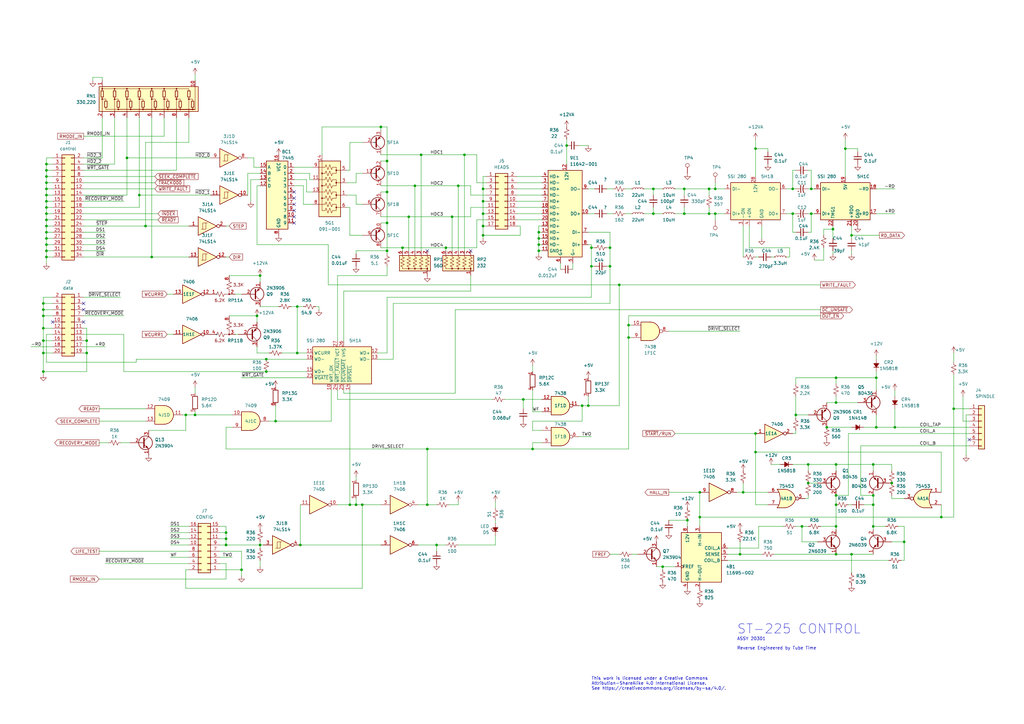
<source format=kicad_sch>
(kicad_sch (version 20230121) (generator eeschema)
  (paper "A3")
  (junction (at 19.05 77.47))
  (junction (at 190.5 63.5))
  (junction (at 257.81 133.35))
  (junction (at 17.78 134.62))
  (junction (at 57.15 80.01))
  (junction (at 19.05 67.31))
  (junction (at 342.9 154.94))
  (junction (at 19.05 82.55))
  (junction (at 358.14 190.5))
  (junction (at 113.03 172.72))
  (junction (at 359.41 175.26))
  (junction (at 331.47 198.12))
  (junction (at 241.3 166.37))
  (junction (at 271.78 232.41))
  (junction (at 342.9 227.33))
  (junction (at 185.42 88.9))
  (junction (at 332.74 87.63))
  (junction (at 105.41 129.54))
  (junction (at 220.98 102.87))
  (junction (at 328.93 215.9))
  (junction (at 342.9 207.01))
  (junction (at 293.37 77.47))
  (junction (at 92.71 223.52))
  (junction (at 17.78 144.78))
  (junction (at 267.97 87.63))
  (junction (at 218.44 184.15))
  (junction (at 358.14 203.2))
  (junction (at 52.07 64.77))
  (junction (at 339.09 175.26))
  (junction (at 165.1 101.6))
  (junction (at 19.05 85.09))
  (junction (at 342.9 215.9))
  (junction (at 214.63 163.83))
  (junction (at 198.12 87.63))
  (junction (at 238.76 166.37))
  (junction (at 62.23 105.41))
  (junction (at 304.8 201.93))
  (junction (at 326.39 170.18))
  (junction (at 175.26 207.01))
  (junction (at 17.78 152.4))
  (junction (at 254 116.84))
  (junction (at 309.88 185.42))
  (junction (at 19.05 90.17))
  (junction (at 158.75 102.87))
  (junction (at 19.05 74.93))
  (junction (at 19.05 105.41))
  (junction (at 156.21 52.07))
  (junction (at 370.84 222.25))
  (junction (at 341.63 93.98))
  (junction (at 76.2 170.18))
  (junction (at 358.14 215.9))
  (junction (at 19.05 92.71))
  (junction (at 19.05 72.39))
  (junction (at 92.71 220.98))
  (junction (at 367.03 175.26))
  (junction (at 349.25 227.33))
  (junction (at 198.12 92.71))
  (junction (at 182.88 101.6))
  (junction (at 332.74 77.47))
  (junction (at 92.71 218.44))
  (junction (at 148.59 207.01))
  (junction (at 250.19 101.6))
  (junction (at 19.05 97.79))
  (junction (at 257.81 138.43))
  (junction (at 232.41 59.69))
  (junction (at 309.88 177.8))
  (junction (at 280.67 87.63))
  (junction (at 80.01 170.18))
  (junction (at 106.68 223.52))
  (junction (at 293.37 87.63))
  (junction (at 17.78 139.7))
  (junction (at 359.41 154.94))
  (junction (at 346.71 60.96))
  (junction (at 109.22 152.4))
  (junction (at 158.75 66.04))
  (junction (at 358.14 207.01))
  (junction (at 170.18 76.2))
  (junction (at 19.05 87.63))
  (junction (at 99.06 233.68))
  (junction (at 342.9 190.5))
  (junction (at 143.51 207.01))
  (junction (at 187.96 76.2))
  (junction (at 281.94 213.36))
  (junction (at 386.08 212.09))
  (junction (at 242.57 109.22))
  (junction (at 198.12 77.47))
  (junction (at 290.83 87.63))
  (junction (at 146.05 207.01))
  (junction (at 158.75 78.74))
  (junction (at 17.78 127))
  (junction (at 19.05 80.01))
  (junction (at 167.64 88.9))
  (junction (at 35.56 144.78))
  (junction (at 19.05 69.85))
  (junction (at 198.12 96.52))
  (junction (at 35.56 139.7))
  (junction (at 121.92 125.73))
  (junction (at 365.76 198.12))
  (junction (at 287.02 212.09))
  (junction (at 220.98 97.79))
  (junction (at 19.05 102.87))
  (junction (at 250.19 109.22))
  (junction (at 17.78 124.46))
  (junction (at 303.53 227.33))
  (junction (at 198.12 82.55))
  (junction (at 325.12 77.47))
  (junction (at 349.25 96.52))
  (junction (at 19.05 95.25))
  (junction (at 123.19 223.52))
  (junction (at 106.68 113.03))
  (junction (at 19.05 100.33))
  (junction (at 220.98 95.25))
  (junction (at 179.07 223.52))
  (junction (at 121.92 144.78))
  (junction (at 158.75 91.44))
  (junction (at 280.67 77.47))
  (junction (at 175.26 184.15))
  (junction (at 109.22 147.32))
  (junction (at 309.88 60.96))
  (junction (at 172.72 63.5))
  (junction (at 267.97 77.47))
  (junction (at 290.83 77.47))
  (junction (at 331.47 190.5))
  (junction (at 391.16 167.64))
  (junction (at 59.69 92.71))
  (junction (at 242.57 101.6))
  (junction (at 17.78 129.54))
  (junction (at 220.98 100.33))
  (junction (at 287.02 201.93))
  (junction (at 342.9 203.2))
  (junction (at 325.12 87.63))
  (junction (at 342.9 165.1))
  (no_connect (at 34.29 124.46))
  (no_connect (at 175.26 102.87))
  (no_connect (at 21.59 132.08))
  (no_connect (at 34.29 127))
  (no_connect (at 34.29 132.08))
  (no_connect (at 120.65 86.36))
  (no_connect (at 120.65 91.44))
  (no_connect (at 120.65 81.28))
  (no_connect (at 120.65 78.74))
  (no_connect (at 193.04 102.87))
  (no_connect (at 120.65 88.9))
  (no_connect (at 397.51 180.34))
  (no_connect (at 120.65 83.82))
  (wire (pts (xy 331.47 190.5) (xy 342.9 190.5)))
  (wire (pts (xy 218.44 181.61) (xy 222.25 181.61)))
  (wire (pts (xy 175.26 207.01) (xy 179.07 207.01)))
  (wire (pts (xy 113.03 172.72) (xy 113.03 166.37)))
  (wire (pts (xy 290.83 80.01) (xy 290.83 77.47)))
  (wire (pts (xy 257.81 133.35) (xy 259.08 133.35)))
  (wire (pts (xy 248.92 87.63) (xy 251.46 87.63)))
  (wire (pts (xy 146.05 80.01) (xy 146.05 83.82)))
  (wire (pts (xy 156.21 91.44) (xy 158.75 91.44)))
  (wire (pts (xy 293.37 87.63) (xy 293.37 90.17)))
  (wire (pts (xy 146.05 195.58) (xy 146.05 196.85)))
  (wire (pts (xy 365.76 190.5) (xy 365.76 193.04)))
  (wire (pts (xy 38.1 31.75) (xy 38.1 33.02)))
  (wire (pts (xy 17.78 152.4) (xy 35.56 152.4)))
  (wire (pts (xy 19.05 95.25) (xy 21.59 95.25)))
  (wire (pts (xy 349.25 96.52) (xy 349.25 97.79)))
  (wire (pts (xy 185.42 102.87) (xy 185.42 88.9)))
  (wire (pts (xy 19.05 137.16) (xy 21.59 137.16)))
  (wire (pts (xy 321.31 215.9) (xy 311.15 215.9)))
  (wire (pts (xy 184.15 207.01) (xy 187.96 207.01)))
  (wire (pts (xy 93.98 113.03) (xy 106.68 113.03)))
  (wire (pts (xy 250.19 95.25) (xy 250.19 101.6)))
  (wire (pts (xy 222.25 92.71) (xy 220.98 92.71)))
  (wire (pts (xy 92.71 218.44) (xy 90.17 218.44)))
  (wire (pts (xy 346.71 60.96) (xy 346.71 72.39)))
  (wire (pts (xy 19.05 85.09) (xy 21.59 85.09)))
  (wire (pts (xy 92.71 223.52) (xy 106.68 223.52)))
  (wire (pts (xy 311.15 215.9) (xy 311.15 224.79)))
  (wire (pts (xy 220.98 95.25) (xy 220.98 97.79)))
  (wire (pts (xy 394.97 162.56) (xy 394.97 172.72)))
  (wire (pts (xy 80.01 170.18) (xy 95.25 170.18)))
  (wire (pts (xy 170.18 102.87) (xy 170.18 76.2)))
  (wire (pts (xy 212.09 90.17) (xy 222.25 90.17)))
  (wire (pts (xy 19.05 74.93) (xy 19.05 77.47)))
  (wire (pts (xy 328.93 215.9) (xy 328.93 222.25)))
  (wire (pts (xy 101.6 64.77) (xy 104.14 64.77)))
  (wire (pts (xy 106.68 229.87) (xy 106.68 232.41)))
  (wire (pts (xy 129.54 125.73) (xy 130.81 125.73)))
  (wire (pts (xy 19.05 87.63) (xy 19.05 90.17)))
  (wire (pts (xy 298.45 224.79) (xy 311.15 224.79)))
  (wire (pts (xy 396.24 170.18) (xy 396.24 186.69)))
  (wire (pts (xy 309.88 207.01) (xy 309.88 185.42)))
  (wire (pts (xy 195.58 90.17) (xy 199.39 90.17)))
  (wire (pts (xy 370.84 229.87) (xy 369.57 229.87)))
  (wire (pts (xy 309.88 60.96) (xy 314.96 60.96)))
  (wire (pts (xy 332.74 77.47) (xy 334.01 77.47)))
  (wire (pts (xy 57.15 80.01) (xy 86.36 80.01)))
  (wire (pts (xy 347.98 207.01) (xy 349.25 207.01)))
  (wire (pts (xy 358.14 190.5) (xy 358.14 193.04)))
  (wire (pts (xy 121.92 125.73) (xy 121.92 144.78)))
  (wire (pts (xy 368.3 215.9) (xy 370.84 215.9)))
  (wire (pts (xy 172.72 63.5) (xy 172.72 102.87)))
  (wire (pts (xy 351.79 165.1) (xy 342.9 165.1)))
  (wire (pts (xy 158.75 121.92) (xy 242.57 121.92)))
  (wire (pts (xy 80.01 30.48) (xy 80.01 33.02)))
  (wire (pts (xy 212.09 72.39) (xy 222.25 72.39)))
  (wire (pts (xy 140.97 139.7) (xy 140.97 119.38)))
  (wire (pts (xy 156.21 88.9) (xy 167.64 88.9)))
  (wire (pts (xy 158.75 78.74) (xy 158.75 66.04)))
  (wire (pts (xy 359.41 160.02) (xy 359.41 154.94)))
  (wire (pts (xy 158.75 91.44) (xy 158.75 78.74)))
  (wire (pts (xy 303.53 227.33) (xy 312.42 227.33)))
  (wire (pts (xy 106.68 115.57) (xy 106.68 113.03)))
  (wire (pts (xy 158.75 113.03) (xy 158.75 109.22)))
  (wire (pts (xy 41.91 48.26) (xy 41.91 64.77)))
  (wire (pts (xy 280.67 85.09) (xy 280.67 87.63)))
  (wire (pts (xy 34.29 82.55) (xy 50.8 82.55)))
  (wire (pts (xy 293.37 74.93) (xy 293.37 77.47)))
  (wire (pts (xy 68.58 120.65) (xy 71.12 120.65)))
  (wire (pts (xy 220.98 92.71) (xy 220.98 95.25)))
  (wire (pts (xy 120.65 71.12) (xy 127 71.12)))
  (wire (pts (xy 326.39 154.94) (xy 342.9 154.94)))
  (wire (pts (xy 198.12 82.55) (xy 198.12 87.63)))
  (wire (pts (xy 156.21 101.6) (xy 165.1 101.6)))
  (wire (pts (xy 293.37 87.63) (xy 297.18 87.63)))
  (wire (pts (xy 148.59 241.3) (xy 148.59 207.01)))
  (wire (pts (xy 19.05 67.31) (xy 21.59 67.31)))
  (wire (pts (xy 214.63 163.83) (xy 222.25 163.83)))
  (wire (pts (xy 309.88 105.41) (xy 311.15 105.41)))
  (wire (pts (xy 281.94 213.36) (xy 281.94 215.9)))
  (wire (pts (xy 132.08 63.5) (xy 132.08 52.07)))
  (wire (pts (xy 105.41 132.08) (xy 105.41 129.54)))
  (wire (pts (xy 171.45 207.01) (xy 175.26 207.01)))
  (wire (pts (xy 19.05 69.85) (xy 21.59 69.85)))
  (wire (pts (xy 77.47 58.42) (xy 77.47 48.26)))
  (wire (pts (xy 293.37 77.47) (xy 290.83 77.47)))
  (wire (pts (xy 158.75 91.44) (xy 158.75 102.87)))
  (wire (pts (xy 302.26 201.93) (xy 304.8 201.93)))
  (wire (pts (xy 328.93 222.25) (xy 335.28 222.25)))
  (wire (pts (xy 332.74 69.85) (xy 331.47 69.85)))
  (wire (pts (xy 276.86 77.47) (xy 280.67 77.47)))
  (wire (pts (xy 212.09 85.09) (xy 222.25 85.09)))
  (wire (pts (xy 322.58 105.41) (xy 323.85 105.41)))
  (wire (pts (xy 342.9 207.01) (xy 342.9 215.9)))
  (wire (pts (xy 119.38 125.73) (xy 121.92 125.73)))
  (wire (pts (xy 312.42 92.71) (xy 312.42 97.79)))
  (wire (pts (xy 50.8 137.16) (xy 50.8 152.4)))
  (wire (pts (xy 69.85 220.98) (xy 77.47 220.98)))
  (wire (pts (xy 254 116.84) (xy 336.55 116.84)))
  (wire (pts (xy 256.54 87.63) (xy 259.08 87.63)))
  (wire (pts (xy 19.05 90.17) (xy 21.59 90.17)))
  (wire (pts (xy 212.09 82.55) (xy 222.25 82.55)))
  (wire (pts (xy 274.32 135.89) (xy 303.53 135.89)))
  (wire (pts (xy 242.57 101.6) (xy 243.84 101.6)))
  (wire (pts (xy 259.08 227.33) (xy 261.62 227.33)))
  (wire (pts (xy 99.06 233.68) (xy 99.06 236.22)))
  (wire (pts (xy 198.12 92.71) (xy 199.39 92.71)))
  (wire (pts (xy 92.71 220.98) (xy 92.71 223.52)))
  (wire (pts (xy 69.85 223.52) (xy 77.47 223.52)))
  (wire (pts (xy 351.79 62.23) (xy 351.79 60.96)))
  (wire (pts (xy 264.16 77.47) (xy 267.97 77.47)))
  (wire (pts (xy 105.41 76.2) (xy 105.41 100.33)))
  (wire (pts (xy 17.78 121.92) (xy 17.78 124.46)))
  (wire (pts (xy 203.2 213.36) (xy 203.2 214.63)))
  (wire (pts (xy 198.12 96.52) (xy 198.12 97.79)))
  (wire (pts (xy 125.73 78.74) (xy 128.27 78.74)))
  (wire (pts (xy 336.55 215.9) (xy 342.9 215.9)))
  (wire (pts (xy 242.57 100.33) (xy 242.57 101.6)))
  (wire (pts (xy 304.8 198.12) (xy 304.8 201.93)))
  (wire (pts (xy 34.29 92.71) (xy 59.69 92.71)))
  (wire (pts (xy 370.84 222.25) (xy 365.76 222.25)))
  (wire (pts (xy 331.47 198.12) (xy 335.28 198.12)))
  (wire (pts (xy 353.06 203.2) (xy 358.14 203.2)))
  (wire (pts (xy 35.56 139.7) (xy 35.56 144.78)))
  (wire (pts (xy 143.51 69.85) (xy 143.51 58.42)))
  (wire (pts (xy 212.09 92.71) (xy 213.36 92.71)))
  (wire (pts (xy 370.84 215.9) (xy 370.84 222.25)))
  (wire (pts (xy 19.05 77.47) (xy 21.59 77.47)))
  (wire (pts (xy 68.58 137.16) (xy 71.12 137.16)))
  (wire (pts (xy 287.02 212.09) (xy 287.02 215.9)))
  (wire (pts (xy 386.08 207.01) (xy 386.08 212.09)))
  (wire (pts (xy 298.45 227.33) (xy 303.53 227.33)))
  (wire (pts (xy 92.71 184.15) (xy 175.26 184.15)))
  (wire (pts (xy 143.51 85.09) (xy 143.51 96.52)))
  (wire (pts (xy 332.74 95.25) (xy 331.47 95.25)))
  (wire (pts (xy 314.96 207.01) (xy 309.88 207.01)))
  (wire (pts (xy 342.9 227.33) (xy 349.25 227.33)))
  (wire (pts (xy 326.39 170.18) (xy 326.39 171.45)))
  (wire (pts (xy 167.64 102.87) (xy 167.64 88.9)))
  (wire (pts (xy 222.25 176.53) (xy 218.44 176.53)))
  (wire (pts (xy 326.39 95.25) (xy 325.12 95.25)))
  (wire (pts (xy 242.57 121.92) (xy 242.57 109.22)))
  (wire (pts (xy 34.29 105.41) (xy 62.23 105.41)))
  (wire (pts (xy 92.71 220.98) (xy 90.17 220.98)))
  (wire (pts (xy 287.02 212.09) (xy 386.08 212.09)))
  (wire (pts (xy 110.49 144.78) (xy 105.41 144.78)))
  (wire (pts (xy 187.96 76.2) (xy 170.18 76.2)))
  (wire (pts (xy 34.29 90.17) (xy 64.77 90.17)))
  (wire (pts (xy 304.8 201.93) (xy 314.96 201.93)))
  (wire (pts (xy 148.59 207.01) (xy 156.21 207.01)))
  (wire (pts (xy 370.84 222.25) (xy 370.84 229.87)))
  (wire (pts (xy 326.39 176.53) (xy 326.39 177.8)))
  (wire (pts (xy 218.44 149.86) (xy 218.44 152.4)))
  (wire (pts (xy 101.6 80.01) (xy 101.6 71.12)))
  (wire (pts (xy 243.84 109.22) (xy 242.57 109.22)))
  (wire (pts (xy 254 166.37) (xy 241.3 166.37)))
  (wire (pts (xy 186.69 161.29) (xy 186.69 127)))
  (wire (pts (xy 198.12 87.63) (xy 198.12 92.71)))
  (wire (pts (xy 34.29 137.16) (xy 50.8 137.16)))
  (wire (pts (xy 354.33 175.26) (xy 359.41 175.26)))
  (wire (pts (xy 19.05 92.71) (xy 21.59 92.71)))
  (wire (pts (xy 142.24 74.93) (xy 146.05 74.93)))
  (wire (pts (xy 90.17 231.14) (xy 92.71 231.14)))
  (wire (pts (xy 124.46 76.2) (xy 124.46 83.82)))
  (wire (pts (xy 309.88 185.42) (xy 386.08 185.42)))
  (wire (pts (xy 106.68 125.73) (xy 114.3 125.73)))
  (wire (pts (xy 125.73 144.78) (xy 121.92 144.78)))
  (wire (pts (xy 391.16 167.64) (xy 397.51 167.64)))
  (wire (pts (xy 349.25 96.52) (xy 360.68 96.52)))
  (wire (pts (xy 218.44 176.53) (xy 218.44 172.72)))
  (wire (pts (xy 158.75 66.04) (xy 156.21 66.04)))
  (wire (pts (xy 199.39 72.39) (xy 198.12 72.39)))
  (wire (pts (xy 35.56 144.78) (xy 35.56 152.4)))
  (wire (pts (xy 19.05 92.71) (xy 19.05 95.25)))
  (wire (pts (xy 17.78 134.62) (xy 21.59 134.62)))
  (wire (pts (xy 92.71 105.41) (xy 93.98 105.41)))
  (wire (pts (xy 140.97 119.38) (xy 193.04 119.38)))
  (wire (pts (xy 19.05 64.77) (xy 21.59 64.77)))
  (wire (pts (xy 254 116.84) (xy 254 166.37)))
  (wire (pts (xy 386.08 201.93) (xy 386.08 185.42)))
  (wire (pts (xy 17.78 124.46) (xy 21.59 124.46)))
  (wire (pts (xy 242.57 101.6) (xy 242.57 109.22)))
  (wire (pts (xy 175.26 184.15) (xy 175.26 207.01)))
  (wire (pts (xy 19.05 74.93) (xy 21.59 74.93)))
  (wire (pts (xy 248.92 101.6) (xy 250.19 101.6)))
  (wire (pts (xy 358.14 207.01) (xy 354.33 207.01)))
  (wire (pts (xy 346.71 60.96) (xy 351.79 60.96)))
  (wire (pts (xy 120.65 76.2) (xy 124.46 76.2)))
  (wire (pts (xy 347.98 177.8) (xy 347.98 203.2)))
  (wire (pts (xy 359.41 77.47) (xy 367.03 77.47)))
  (wire (pts (xy 19.05 72.39) (xy 21.59 72.39)))
  (wire (pts (xy 287.02 212.09) (xy 287.02 201.93)))
  (wire (pts (xy 104.14 64.77) (xy 104.14 68.58)))
  (wire (pts (xy 19.05 105.41) (xy 21.59 105.41)))
  (wire (pts (xy 218.44 181.61) (xy 218.44 184.15)))
  (wire (pts (xy 19.05 69.85) (xy 19.05 72.39)))
  (wire (pts (xy 334.01 106.68) (xy 337.82 106.68)))
  (wire (pts (xy 241.3 166.37) (xy 238.76 166.37)))
  (wire (pts (xy 19.05 80.01) (xy 19.05 82.55)))
  (wire (pts (xy 143.51 160.02) (xy 143.51 207.01)))
  (wire (pts (xy 331.47 190.5) (xy 325.12 190.5)))
  (wire (pts (xy 241.3 162.56) (xy 241.3 166.37)))
  (wire (pts (xy 138.43 139.7) (xy 138.43 113.03)))
  (wire (pts (xy 341.63 92.71) (xy 341.63 93.98)))
  (wire (pts (xy 198.12 82.55) (xy 199.39 82.55)))
  (wire (pts (xy 346.71 57.15) (xy 346.71 60.96)))
  (wire (pts (xy 146.05 204.47) (xy 146.05 207.01)))
  (wire (pts (xy 218.44 172.72) (xy 238.76 172.72)))
  (wire (pts (xy 309.88 177.8) (xy 309.88 185.42)))
  (wire (pts (xy 146.05 207.01) (xy 143.51 207.01)))
  (wire (pts (xy 358.14 190.5) (xy 365.76 190.5)))
  (wire (pts (xy 198.12 96.52) (xy 213.36 96.52)))
  (wire (pts (xy 165.1 101.6) (xy 165.1 102.87)))
  (wire (pts (xy 123.19 223.52) (xy 123.19 207.01)))
  (wire (pts (xy 72.39 48.26) (xy 72.39 69.85)))
  (wire (pts (xy 179.07 226.06) (xy 179.07 223.52)))
  (wire (pts (xy 241.3 77.47) (xy 243.84 77.47)))
  (wire (pts (xy 17.78 127) (xy 17.78 129.54)))
  (wire (pts (xy 342.9 154.94) (xy 359.41 154.94)))
  (wire (pts (xy 370.84 204.47) (xy 365.76 204.47)))
  (wire (pts (xy 19.05 95.25) (xy 19.05 97.79)))
  (wire (pts (xy 92.71 175.26) (xy 92.71 184.15)))
  (wire (pts (xy 34.29 142.24) (xy 43.18 142.24)))
  (wire (pts (xy 195.58 63.5) (xy 190.5 63.5)))
  (wire (pts (xy 330.2 204.47) (xy 331.47 204.47)))
  (wire (pts (xy 171.45 223.52) (xy 179.07 223.52)))
  (wire (pts (xy 57.15 80.01) (xy 57.15 48.26)))
  (wire (pts (xy 232.41 57.15) (xy 232.41 59.69)))
  (wire (pts (xy 156.21 52.07) (xy 158.75 52.07)))
  (wire (pts (xy 198.12 92.71) (xy 198.12 96.52)))
  (wire (pts (xy 93.98 129.54) (xy 105.41 129.54)))
  (wire (pts (xy 19.05 82.55) (xy 19.05 85.09)))
  (wire (pts (xy 135.89 172.72) (xy 113.03 172.72)))
  (wire (pts (xy 34.29 69.85) (xy 72.39 69.85)))
  (wire (pts (xy 19.05 90.17) (xy 19.05 92.71)))
  (wire (pts (xy 238.76 166.37) (xy 237.49 166.37)))
  (wire (pts (xy 307.34 92.71) (xy 307.34 101.6)))
  (wire (pts (xy 146.05 71.12) (xy 148.59 71.12)))
  (wire (pts (xy 280.67 77.47) (xy 280.67 80.01)))
  (wire (pts (xy 76.2 170.18) (xy 74.93 170.18)))
  (wire (pts (xy 276.86 87.63) (xy 280.67 87.63)))
  (wire (pts (xy 146.05 74.93) (xy 146.05 71.12)))
  (wire (pts (xy 106.68 222.25) (xy 106.68 223.52)))
  (wire (pts (xy 96.52 120.65) (xy 99.06 120.65)))
  (wire (pts (xy 92.71 223.52) (xy 90.17 223.52)))
  (wire (pts (xy 198.12 77.47) (xy 199.39 77.47)))
  (wire (pts (xy 267.97 77.47) (xy 267.97 80.01)))
  (wire (pts (xy 198.12 87.63) (xy 199.39 87.63)))
  (wire (pts (xy 190.5 63.5) (xy 172.72 63.5)))
  (wire (pts (xy 220.98 100.33) (xy 222.25 100.33)))
  (wire (pts (xy 212.09 80.01) (xy 222.25 80.01)))
  (wire (pts (xy 342.9 203.2) (xy 347.98 203.2)))
  (wire (pts (xy 218.44 160.02) (xy 218.44 168.91)))
  (wire (pts (xy 322.58 87.63) (xy 325.12 87.63)))
  (wire (pts (xy 290.83 87.63) (xy 280.67 87.63)))
  (wire (pts (xy 314.96 62.23) (xy 314.96 60.96)))
  (wire (pts (xy 21.59 121.92) (xy 17.78 121.92)))
  (wire (pts (xy 325.12 77.47) (xy 326.39 77.47)))
  (wire (pts (xy 127 73.66) (xy 128.27 73.66)))
  (wire (pts (xy 115.57 144.78) (xy 121.92 144.78)))
  (wire (pts (xy 257.81 184.15) (xy 257.81 138.43)))
  (wire (pts (xy 125.73 73.66) (xy 125.73 78.74)))
  (wire (pts (xy 218.44 168.91) (xy 222.25 168.91)))
  (wire (pts (xy 276.86 177.8) (xy 309.88 177.8)))
  (wire (pts (xy 67.31 48.26) (xy 67.31 55.88)))
  (wire (pts (xy 349.25 227.33) (xy 358.14 227.33)))
  (wire (pts (xy 106.68 223.52) (xy 107.95 223.52)))
  (wire (pts (xy 220.98 102.87) (xy 222.25 102.87)))
  (wire (pts (xy 143.51 207.01) (xy 138.43 207.01)))
  (wire (pts (xy 19.05 80.01) (xy 21.59 80.01)))
  (wire (pts (xy 158.75 102.87) (xy 158.75 104.14)))
  (wire (pts (xy 331.47 193.04) (xy 331.47 190.5)))
  (wire (pts (xy 138.43 113.03) (xy 158.75 113.03)))
  (wire (pts (xy 331.47 204.47) (xy 331.47 203.2)))
  (wire (pts (xy 17.78 124.46) (xy 17.78 127)))
  (wire (pts (xy 90.17 228.6) (xy 95.25 228.6)))
  (wire (pts (xy 307.34 101.6) (xy 323.85 101.6)))
  (wire (pts (xy 34.29 144.78) (xy 35.56 144.78)))
  (wire (pts (xy 69.85 218.44) (xy 77.47 218.44)))
  (wire (pts (xy 106.68 223.52) (xy 106.68 224.79)))
  (wire (pts (xy 367.03 167.64) (xy 367.03 175.26)))
  (wire (pts (xy 220.98 100.33) (xy 220.98 102.87)))
  (wire (pts (xy 19.05 72.39) (xy 19.05 74.93)))
  (wire (pts (xy 212.09 87.63) (xy 222.25 87.63)))
  (wire (pts (xy 290.83 85.09) (xy 290.83 87.63)))
  (wire (pts (xy 110.49 172.72) (xy 113.03 172.72)))
  (wire (pts (xy 267.97 85.09) (xy 267.97 87.63)))
  (wire (pts (xy 187.96 102.87) (xy 187.96 76.2)))
  (wire (pts (xy 99.06 226.06) (xy 99.06 233.68)))
  (wire (pts (xy 367.03 160.02) (xy 367.03 162.56)))
  (wire (pts (xy 46.99 67.31) (xy 46.99 48.26)))
  (wire (pts (xy 156.21 76.2) (xy 170.18 76.2)))
  (wire (pts (xy 104.14 68.58) (xy 106.68 68.58)))
  (wire (pts (xy 49.53 181.61) (xy 53.34 181.61)))
  (wire (pts (xy 257.81 133.35) (xy 257.81 138.43)))
  (wire (pts (xy 353.06 182.88) (xy 397.51 182.88)))
  (wire (pts (xy 203.2 219.71) (xy 203.2 223.52)))
  (wire (pts (xy 290.83 77.47) (xy 280.67 77.47)))
  (wire (pts (xy 127 71.12) (xy 127 73.66)))
  (wire (pts (xy 143.51 58.42) (xy 148.59 58.42)))
  (wire (pts (xy 34.29 74.93) (xy 63.5 74.93)))
  (wire (pts (xy 342.9 190.5) (xy 358.14 190.5)))
  (wire (pts (xy 156.21 78.74) (xy 158.75 78.74)))
  (wire (pts (xy 99.06 154.94) (xy 125.73 154.94)))
  (wire (pts (xy 358.14 215.9) (xy 363.22 215.9)))
  (wire (pts (xy 92.71 215.9) (xy 92.71 218.44)))
  (wire (pts (xy 203.2 205.74) (xy 203.2 208.28)))
  (wire (pts (xy 138.43 163.83) (xy 201.93 163.83)))
  (wire (pts (xy 76.2 241.3) (xy 148.59 241.3)))
  (wire (pts (xy 19.05 64.77) (xy 19.05 67.31)))
  (wire (pts (xy 138.43 160.02) (xy 138.43 163.83)))
  (wire (pts (xy 41.91 31.75) (xy 38.1 31.75)))
  (wire (pts (xy 397.51 170.18) (xy 396.24 170.18)))
  (wire (pts (xy 90.17 226.06) (xy 99.06 226.06)))
  (wire (pts (xy 156.21 52.07) (xy 156.21 53.34)))
  (wire (pts (xy 43.18 231.14) (xy 77.47 231.14)))
  (wire (pts (xy 212.09 77.47) (xy 222.25 77.47)))
  (wire (pts (xy 19.05 77.47) (xy 19.05 80.01)))
  (wire (pts (xy 19.05 100.33) (xy 21.59 100.33)))
  (wire (pts (xy 19.05 102.87) (xy 21.59 102.87)))
  (wire (pts (xy 309.88 60.96) (xy 309.88 72.39)))
  (wire (pts (xy 19.05 102.87) (xy 19.05 105.41)))
  (wire (pts (xy 165.1 101.6) (xy 182.88 101.6)))
  (wire (pts (xy 19.05 148.59) (xy 19.05 137.16)))
  (wire (pts (xy 359.41 146.05) (xy 359.41 147.32)))
  (wire (pts (xy 62.23 105.41) (xy 77.47 105.41)))
  (wire (pts (xy 19.05 87.63) (xy 21.59 87.63)))
  (wire (pts (xy 105.41 100.33) (xy 134.62 100.33)))
  (wire (pts (xy 326.39 154.94) (xy 326.39 157.48)))
  (wire (pts (xy 325.12 177.8) (xy 326.39 177.8)))
  (wire (pts (xy 19.05 85.09) (xy 19.05 87.63)))
  (wire (pts (xy 182.88 102.87) (xy 182.88 101.6)))
  (wire (pts (xy 34.29 85.09) (xy 57.15 85.09)))
  (wire (pts (xy 267.97 87.63) (xy 271.78 87.63)))
  (wire (pts (xy 256.54 77.47) (xy 259.08 77.47)))
  (wire (pts (xy 34.29 64.77) (xy 41.91 64.77)))
  (wire (pts (xy 34.29 97.79) (xy 43.18 97.79)))
  (wire (pts (xy 60.96 176.53) (xy 76.2 176.53)))
  (wire (pts (xy 135.89 160.02) (xy 135.89 172.72)))
  (wire (pts (xy 331.47 215.9) (xy 328.93 215.9)))
  (wire (pts (xy 19.05 97.79) (xy 21.59 97.79)))
  (wire (pts (xy 34.29 77.47) (xy 63.5 77.47)))
  (wire (pts (xy 198.12 77.47) (xy 198.12 82.55)))
  (wire (pts (xy 250.19 227.33) (xy 254 227.33)))
  (wire (pts (xy 40.64 167.64) (xy 59.69 167.64)))
  (wire (pts (xy 92.71 218.44) (xy 92.71 220.98)))
  (wire (pts (xy 250.19 101.6) (xy 250.19 109.22)))
  (wire (pts (xy 34.29 134.62) (xy 35.56 134.62)))
  (wire (pts (xy 391.16 148.59) (xy 391.16 144.78)))
  (wire (pts (xy 359.41 152.4) (xy 359.41 154.94)))
  (wire (pts (xy 40.64 237.49) (xy 92.71 237.49)))
  (wire (pts (xy 57.15 85.09) (xy 57.15 80.01)))
  (wire (pts (xy 12.7 142.24) (xy 21.59 142.24)))
  (wire (pts (xy 367.03 175.26) (xy 397.51 175.26)))
  (wire (pts (xy 293.37 77.47) (xy 297.18 77.47)))
  (wire (pts (xy 349.25 227.33) (xy 349.25 234.95)))
  (wire (pts (xy 77.47 233.68) (xy 76.2 233.68)))
  (wire (pts (xy 303.53 222.25) (xy 303.53 227.33)))
  (wire (pts (xy 158.75 144.78) (xy 158.75 121.92)))
  (wire (pts (xy 193.04 80.01) (xy 193.04 76.2)))
  (wire (pts (xy 293.37 87.63) (xy 290.83 87.63)))
  (wire (pts (xy 325.12 87.63) (xy 325.12 95.25)))
  (wire (pts (xy 397.51 172.72) (xy 394.97 172.72)))
  (wire (pts (xy 193.04 119.38) (xy 193.04 113.03)))
  (wire (pts (xy 337.82 93.98) (xy 341.63 93.98)))
  (wire (pts (xy 241.3 100.33) (xy 242.57 100.33)))
  (wire (pts (xy 123.19 223.52) (xy 156.21 223.52)))
  (wire (pts (xy 17.78 134.62) (xy 17.78 139.7)))
  (wire (pts (xy 199.39 74.93) (xy 195.58 74.93)))
  (wire (pts (xy 109.22 147.32) (xy 125.73 147.32)))
  (wire (pts (xy 17.78 152.4) (xy 17.78 153.67)))
  (wire (pts (xy 325.12 87.63) (xy 326.39 87.63)))
  (wire (pts (xy 134.62 100.33) (xy 134.62 116.84)))
  (wire (pts (xy 332.74 87.63) (xy 334.01 87.63)))
  (wire (pts (xy 142.24 85.09) (xy 143.51 85.09)))
  (wire (pts (xy 80.01 158.75) (xy 80.01 161.29)))
  (wire (pts (xy 331.47 77.47) (xy 332.74 77.47)))
  (wire (pts (xy 326.39 162.56) (xy 326.39 170.18)))
  (wire (pts (xy 120.65 73.66) (xy 125.73 73.66)))
  (wire (pts (xy 339.09 165.1) (xy 342.9 165.1)))
  (wire (pts (xy 248.92 77.47) (xy 251.46 77.47)))
  (wire (pts (xy 220.98 97.79) (xy 220.98 100.33)))
  (wire (pts (xy 326.39 215.9) (xy 328.93 215.9)))
  (wire (pts (xy 212.09 74.93) (xy 222.25 74.93)))
  (wire (pts (xy 342.9 190.5) (xy 342.9 193.04)))
  (wire (pts (xy 342.9 215.9) (xy 342.9 217.17)))
  (wire (pts (xy 19.05 67.31) (xy 19.05 69.85)))
  (wire (pts (xy 353.06 203.2) (xy 353.06 182.88)))
  (wire (pts (xy 109.22 152.4) (xy 125.73 152.4)))
  (wire (pts (xy 17.78 129.54) (xy 17.78 134.62)))
  (wire (pts (xy 175.26 184.15) (xy 218.44 184.15)))
  (wire (pts (xy 222.25 95.25) (xy 220.98 95.25)))
  (wire (pts (xy 34.29 67.31) (xy 46.99 67.31)))
  (wire (pts (xy 76.2 176.53) (xy 76.2 170.18)))
  (wire (pts (xy 250.19 124.46) (xy 250.19 109.22)))
  (wire (pts (xy 59.69 92.71) (xy 59.69 58.42)))
  (wire (pts (xy 95.25 175.26) (xy 92.71 175.26)))
  (wire (pts (xy 264.16 87.63) (xy 267.97 87.63)))
  (wire (pts (xy 337.82 93.98) (xy 337.82 96.52)))
  (wire (pts (xy 124.46 125.73) (xy 121.92 125.73)))
  (wire (pts (xy 69.85 228.6) (xy 77.47 228.6)))
  (wire (pts (xy 274.32 213.36) (xy 281.94 213.36)))
  (wire (pts (xy 358.14 207.01) (xy 358.14 215.9)))
  (wire (pts (xy 19.05 82.55) (xy 21.59 82.55)))
  (wire (pts (xy 76.2 233.68) (xy 76.2 241.3)))
  (wire (pts (xy 34.29 55.88) (xy 67.31 55.88)))
  (wire (pts (xy 35.56 134.62) (xy 35.56 139.7)))
  (wire (pts (xy 203.2 223.52) (xy 187.96 223.52)))
  (wire (pts (xy 237.49 59.69) (xy 241.3 59.69)))
  (wire (pts (xy 269.24 232.41) (xy 271.78 232.41)))
  (wire (pts (xy 325.12 69.85) (xy 325.12 77.47)))
  (wire (pts (xy 161.29 124.46) (xy 250.19 124.46)))
  (wire (pts (xy 342.9 154.94) (xy 342.9 157.48)))
  (wire (pts (xy 213.36 92.71) (xy 213.36 96.52)))
  (wire (pts (xy 182.88 101.6) (xy 195.58 101.6)))
  (wire (pts (xy 186.69 127) (xy 336.55 127)))
  (wire (pts (xy 156.21 63.5) (xy 172.72 63.5)))
  (wire (pts (xy 193.04 76.2) (xy 187.96 76.2)))
  (wire (pts (xy 154.94 147.32) (xy 161.29 147.32)))
  (wire (pts (xy 130.81 127) (xy 130.81 125.73)))
  (wire (pts (xy 34.29 139.7) (xy 35.56 139.7)))
  (wire (pts (xy 50.8 152.4) (xy 109.22 152.4)))
  (wire (pts (xy 76.2 170.18) (xy 80.01 170.18)))
  (wire (pts (xy 298.45 229.87) (xy 364.49 229.87)))
  (wire (pts (xy 358.14 203.2) (xy 358.14 207.01)))
  (wire (pts (xy 274.32 201.93) (xy 287.02 201.93)))
  (wire (pts (xy 142.24 69.85) (xy 143.51 69.85)))
  (wire (pts (xy 158.75 102.87) (xy 146.05 102.87)))
  (wire (pts (xy 332.74 87.63) (xy 332.74 95.25)))
  (wire (pts (xy 124.46 83.82) (xy 128.27 83.82)))
  (wire (pts (xy 342.9 203.2) (xy 342.9 207.01)))
  (wire (pts (xy 55.88 148.59) (xy 19.05 148.59)))
  (wire (pts (xy 96.52 137.16) (xy 97.79 137.16)))
  (wire (pts (xy 304.8 92.71) (xy 304.8 105.41)))
  (wire (pts (xy 267.97 77.47) (xy 271.78 77.47)))
  (wire (pts (xy 220.98 102.87) (xy 220.98 104.14)))
  (wire (pts (xy 34.29 121.92) (xy 49.53 121.92)))
  (wire (pts (xy 185.42 88.9) (xy 167.64 88.9)))
  (wire (pts (xy 52.07 64.77) (xy 52.07 80.01)))
  (wire (pts (xy 52.07 64.77) (xy 86.36 64.77)))
  (wire (pts (xy 271.78 232.41) (xy 276.86 232.41)))
  (wire (pts (xy 55.88 147.32) (xy 55.88 148.59)))
  (wire (pts (xy 154.94 144.78) (xy 158.75 144.78)))
  (wire (pts (xy 132.08 52.07) (xy 156.21 52.07)))
  (wire (pts (xy 92.71 215.9) (xy 90.17 215.9)))
  (wire (pts (xy 17.78 139.7) (xy 17.78 144.78)))
  (wire (pts (xy 232.41 59.69) (xy 232.41 67.31)))
  (wire (pts (xy 322.58 77.47) (xy 325.12 77.47)))
  (wire (pts (xy 34.29 72.39) (xy 63.5 72.39)))
  (wire (pts (xy 220.98 97.79) (xy 222.25 97.79)))
  (wire (pts (xy 17.78 127) (xy 21.59 127)))
  (wire (pts (xy 241.3 95.25) (xy 250.19 95.25)))
  (wire (pts (xy 331.47 87.63) (xy 332.74 87.63)))
  (wire (pts (xy 347.98 177.8) (xy 397.51 177.8)))
  (wire (pts (xy 332.74 77.47) (xy 332.74 69.85)))
  (wire (pts (xy 317.5 227.33) (xy 342.9 227.33)))
  (wire (pts (xy 120.65 68.58) (xy 128.27 68.58)))
  (wire (pts (xy 349.25 92.71) (xy 349.25 96.52)))
  (wire (pts (xy 102.87 73.66) (xy 102.87 82.55)))
  (wire (pts (xy 34.29 95.25) (xy 43.18 95.25)))
  (wire (pts (xy 257.81 129.54) (xy 336.55 129.54)))
  (wire (pts (xy 143.51 96.52) (xy 148.59 96.52)))
  (wire (pts (xy 323.85 101.6) (xy 323.85 105.41)))
  (wire (pts (xy 142.24 80.01) (xy 146.05 80.01)))
  (wire (pts (xy 34.29 102.87) (xy 43.18 102.87)))
  (wire (pts (xy 19.05 97.79) (xy 19.05 100.33)))
  (wire (pts (xy 40.64 226.06) (xy 77.47 226.06)))
  (wire (pts (xy 339.09 175.26) (xy 349.25 175.26)))
  (wire (pts (xy 198.12 72.39) (xy 198.12 77.47)))
  (wire (pts (xy 106.68 73.66) (xy 102.87 73.66)))
  (wire (pts (xy 316.23 190.5) (xy 320.04 190.5)))
  (wire (pts (xy 193.04 88.9) (xy 193.04 85.09)))
  (wire (pts (xy 101.6 71.12) (xy 106.68 71.12)))
  (wire (pts (xy 193.04 85.09) (xy 199.39 85.09)))
  (wire (pts (xy 391.16 167.64) (xy 391.16 212.09)))
  (wire (pts (xy 237.49 179.07) (xy 242.57 179.07)))
  (wire (pts (xy 349.25 102.87) (xy 349.25 104.14)))
  (wire (pts (xy 59.69 58.42) (xy 77.47 58.42)))
  (wire (pts (xy 386.08 212.09) (xy 391.16 212.09)))
  (wire (pts (xy 17.78 144.78) (xy 17.78 152.4)))
  (wire (pts (xy 326.39 170.18) (xy 331.47 170.18)))
  (wire (pts (xy 199.39 80.01) (xy 193.04 80.01)))
  (wire (pts (xy 140.97 160.02) (xy 140.97 161.29)))
  (wire (pts (xy 271.78 233.68) (xy 271.78 232.41)))
  (wire (pts (xy 179.07 223.52) (xy 182.88 223.52)))
  (wire (pts (xy 358.14 215.9) (xy 358.14 217.17)))
  (wire (pts (xy 234.95 107.95) (xy 234.95 110.49)))
  (wire (pts (xy 40.64 172.72) (xy 59.69 172.72)))
  (wire (pts (xy 391.16 153.67) (xy 391.16 167.64)))
  (wire (pts (xy 69.85 215.9) (xy 77.47 215.9)))
  (wire (pts (xy 146.05 83.82) (xy 148.59 83.82)))
  (wire (pts (xy 148.59 207.01) (xy 146.05 207.01)))
  (wire (pts (xy 195.58 101.6) (xy 195.58 90.17)))
  (wire (pts (xy 316.23 105.41) (xy 317.5 105.41)))
  (wire (pts (xy 105.41 76.2) (xy 106.68 76.2)))
  (wire (pts (xy 146.05 102.87) (xy 146.05 104.14)))
  (wire (pts (xy 259.08 138.43) (xy 257.81 138.43)))
  (wire (pts (xy 248.92 109.22) (xy 250.19 109.22)))
  (wire (pts (xy 34.29 87.63) (xy 64.77 87.63)))
  (wire (pts (xy 229.87 107.95) (xy 229.87 110.49)))
  (wire (pts (xy 92.71 231.14) (xy 92.71 237.49)))
  (wire (pts (xy 17.78 144.78) (xy 21.59 144.78)))
  (wire (pts (xy 34.29 100.33) (xy 43.18 100.33)))
  (wire (pts (xy 52.07 80.01) (xy 34.29 80.01)))
  (wire (pts (xy 257.81 133.35) (xy 257.81 129.54)))
  (wire (pts (xy 109.22 147.32) (xy 55.88 147.32)))
  (wire (pts (xy 158.75 52.07) (xy 158.75 66.04)))
  (wire (pts (xy 359.41 175.26) (xy 367.03 175.26)))
  (wire (pts (xy 52.07 48.26) (xy 52.07 64.77)))
  (wire (pts (xy 207.01 163.83) (xy 214.63 163.83)))
  (wire (pts (xy 62.23 48.26) (xy 62.23 105.41)))
  (wire (pts (xy 337.82 101.6) (xy 337.82 106.68)))
  (wire (pts (xy 326.39 69.85) (xy 325.12 69.85)))
  (wire (pts (xy 241.3 87.63) (xy 243.84 87.63)))
  (wire (pts (xy 59.69 92.71) (xy 77.47 92.71)))
  (wire (pts (xy 365.76 204.47) (xy 365.76 203.2)))
  (wire (pts (xy 238.76 172.72) (xy 238.76 166.37)))
  (wire (pts (xy 19.05 105.41) (xy 19.05 107.95)))
  (wire (pts (xy 161.29 147.32) (xy 161.29 124.46)))
  (wire (pts (xy 214.63 163.83) (xy 214.63 167.64)))
  (wire (pts (xy 359.41 175.26) (xy 359.41 170.18)))
  (wire (pts (xy 195.58 74.93) (xy 195.58 63.5)))
  (wire (pts (xy 342.9 165.1) (xy 342.9 162.56)))
  (wire (pts (xy 341.63 102.87) (xy 341.63 104.14)))
  (wire (pts (xy 187.96 207.01) (xy 187.96 205.74)))
  (wire (pts (xy 134.62 116.84) (xy 254 116.84)))
  (wire (pts (xy 19.05 100.33) (xy 19.05 102.87)))
  (wire (pts (xy 341.63 93.98) (xy 341.63 97.79)))
  (wire (pts (xy 17.78 129.54) (xy 21.59 129.54)))
  (wire (pts (xy 105.41 142.24) (xy 105.41 144.78)))
  (wire (pts (xy 309.88 57.15) (xy 309.88 60.96)))
  (wire (pts (xy 99.06 233.68) (xy 90.17 233.68)))
  (wire (pts (xy 34.29 129.54) (xy 50.8 129.54)))
  (wire (pts (xy 41.91 33.02) (xy 41.91 31.75)))
  (wire (pts (xy 40.64 181.61) (xy 44.45 181.61)))
  (wire (pts (xy 185.42 88.9) (xy 193.04 88.9)))
  (wire (pts (xy 92.71 92.71) (xy 93.98 92.71)))
  (wire (pts (xy 17.78 139.7) (xy 21.59 139.7)))
  (wire (pts (xy 359.41 87.63) (xy 367.03 87.63)))
  (wire (pts (xy 218.44 184.15) (xy 257.81 184.15)))
  (wire (pts (xy 80.01 168.91) (xy 80.01 170.18)))
  (wire (pts (xy 190.5 102.87) (xy 190.5 63.5)))
  (wire (pts (xy 140.97 161.29) (xy 186.69 161.29)))
  (text "ST-225 CONTROL" (at 302.26 260.35 0) (effects (font (size 3.81 3.81)) (justify left bottom)))
  (text "Reverse Engineered by Tube Time" (at 302.26 266.7 0) (effects (font (size 1.27 1.27)) (justify left bottom)))
  (text "ASSY 20301" (at 302.26 262.89 0) (effects (font (size 1.27 1.27)) (justify left bottom)))
  (text "This work is licensed under a Creative Commons\nAttribution-ShareAlike 4.0 International License.\nSee https://creativecommons.org/licenses/by-sa/4.0/.\n" (at 242.57 283.21 0) (effects (font (size 1.27 1.27)) (justify left bottom)))
  (label "~{DIR}" (at 39.37 105.41 0))
  (label "~{HD2_0}" (at 80.01 64.77 0))
  (label "~{RECOVERY_MODE}" (at 43.18 231.14 0))
  (label "COIL_B" (at 377.19 182.88 0))
  (label "~{RECOVERY_MODE}" (at 50.8 82.55 180))
  (label "HDC3" (at 176.53 88.9 0))
  (label "~{WRT_GATE}" (at 99.06 154.94 0))
  (label "~{HD2_3}" (at 35.56 64.77 0))
  (label "DS2" (at 69.85 218.44 0))
  (label "COIL_TAP" (at 377.19 175.26 0))
  (label "WF" (at 69.85 228.6 0))
  (label "~{RECOVERY_MODE}" (at 50.8 129.54 180))
  (label "+RD" (at 367.03 87.63 180))
  (label "DS4" (at 43.18 102.87 180))
  (label "~{WRT_GATE}" (at 35.56 69.85 0))
  (label "COIL_A" (at 377.19 177.8 0))
  (label "DS1" (at 43.18 95.25 180))
  (label "HDC4" (at 176.53 101.6 0))
  (label "DS2" (at 43.18 97.79 180))
  (label "HDC2" (at 176.53 76.2 0))
  (label "+RD" (at 43.18 142.24 180))
  (label "~{DRIVE_SELECT}" (at 303.53 135.89 180))
  (label "~{HD2_2}" (at 35.56 67.31 0))
  (label "HDC1" (at 176.53 63.5 0))
  (label "DS3" (at 43.18 100.33 180))
  (label "-RD" (at 12.7 142.24 0))
  (label "DS4" (at 69.85 223.52 0))
  (label "TWO" (at 242.57 179.07 180))
  (label "DS1" (at 69.85 215.9 0))
  (label "RMODE_IN" (at 35.56 55.88 0))
  (label "~{STEP}" (at 39.37 92.71 0))
  (label "DRIVE_SELECT" (at 152.4 184.15 0))
  (label "~{DRIVE_SELECT}" (at 49.53 121.92 180))
  (label "DS3" (at 69.85 220.98 0))
  (label "~{HD2_1}" (at 80.01 80.01 0))
  (label "-RD" (at 367.03 77.47 180))
  (label "TWO" (at 95.25 228.6 180))
  (label "WF" (at 218.44 168.91 0))
  (global_label "~{START}{slash}RUN" (shape input) (at 276.86 177.8 180) (property "Intersheetrefs" "${INTERSHEET_REFS}" (effects hide)))
  (global_label "~{READY}" (shape input) (at 64.77 90.17 0) (property "Intersheetrefs" "${INTERSHEET_REFS}" (effects hide)))
  (global_label "READY" (shape output) (at 40.64 167.64 180) (property "Intersheetrefs" "${INTERSHEET_REFS}" (effects hide)))
  (global_label "~{DC_UNSAFE}" (shape output) (at 336.55 127 0) (property "Intersheetrefs" "${INTERSHEET_REFS}" (effects hide)))
  (global_label "WCURR1" (shape input) (at 68.58 137.16 180) (property "Intersheetrefs" "${INTERSHEET_REFS}" (effects hide)))
  (global_label "STEP" (shape input) (at 93.98 92.71 0) (property "Intersheetrefs" "${INTERSHEET_REFS}" (effects hide)))
  (global_label "WCURR0" (shape input) (at 68.58 120.65 180) (property "Intersheetrefs" "${INTERSHEET_REFS}" (effects hide)))
  (global_label "~{INDEX}" (shape input) (at 64.77 87.63 0) (property "Intersheetrefs" "${INTERSHEET_REFS}" (effects hide)))
  (global_label "DIR" (shape input) (at 93.98 105.41 0) (property "Intersheetrefs" "${INTERSHEET_REFS}" (effects hide)))
  (global_label "LIFE_TEST" (shape output) (at 40.64 226.06 180) (property "Intersheetrefs" "${INTERSHEET_REFS}" (effects hide)))
  (global_label "SEEK_COMPLETE" (shape output) (at 40.64 172.72 180) (property "Intersheetrefs" "${INTERSHEET_REFS}" (effects hide)))
  (global_label "RD_DATA" (shape output) (at 360.68 96.52 0) (property "Intersheetrefs" "${INTERSHEET_REFS}" (effects hide)))
  (global_label "~{SEEK_COMPLETE}" (shape input) (at 63.5 72.39 0) (property "Intersheetrefs" "${INTERSHEET_REFS}" (effects hide)))
  (global_label "RMODE_IN" (shape passive) (at 34.29 55.88 180) (property "Intersheetrefs" "${INTERSHEET_REFS}" (effects hide)))
  (global_label "FREF" (shape input) (at 250.19 227.33 180) (property "Intersheetrefs" "${INTERSHEET_REFS}" (effects hide)))
  (global_label "~{OUT_EN}" (shape output) (at 336.55 129.54 0) (property "Intersheetrefs" "${INTERSHEET_REFS}" (effects hide)))
  (global_label "WRITE_FAULT" (shape output) (at 336.55 116.84 0) (property "Intersheetrefs" "${INTERSHEET_REFS}" (effects hide)))
  (global_label "HALL_IN" (shape output) (at 274.32 201.93 180) (property "Intersheetrefs" "${INTERSHEET_REFS}" (effects hide)))
  (global_label "RECOVERY_MODE" (shape output) (at 40.64 181.61 180) (property "Intersheetrefs" "${INTERSHEET_REFS}" (effects hide)))
  (global_label "~{TRACK000}" (shape input) (at 63.5 74.93 0) (property "Intersheetrefs" "${INTERSHEET_REFS}" (effects hide)))
  (global_label "RMODE_IN" (shape input) (at 40.64 237.49 180) (property "Intersheetrefs" "${INTERSHEET_REFS}" (effects hide)))
  (global_label "~{WRITE_FAULT}" (shape input) (at 63.5 77.47 0) (property "Intersheetrefs" "${INTERSHEET_REFS}" (effects hide)))
  (symbol (lib_id "st225:MPQ2907") (at 153.67 58.42 0) (mirror x) (unit 1)
    (property "Reference" "5F1" (at 158.75 58.42 0) (effects (justify left)))
    (property "Value" "~" (at 153.67 58.42 0))
    (property "Footprint" "Active:DIP254P762X635-14" (effects hide))
  )
  (symbol (lib_id "power:+5V") (at 346.71 57.15 0) (unit 1)
    (property "Reference" "#PWR015" (effects hide))
    (property "Value" "+5V" (at 346.71 52.07 0))
    (instances (project "st225_20301" (path "" (reference "#PWR015") (unit 1)) (path "" (reference "#PWR071") (unit 1))))
  )
  (symbol (lib_id "Device:L_Small") (at 320.04 105.41 90) (unit 1)
    (property "Reference" "L5" (at 320.04 102.87 90))
    (property "Value" "3.3uH" (at 320.04 107.95 90))
    (property "Footprint" "Inductor_THT:L_Axial_L9.5mm_D4.0mm_P15.24mm_Horizontal_Fastron_SMCC" (effects hide))
  )
  (symbol (lib_id "power:GND") (at 102.87 82.55 0) (unit 1)
    (property "Reference" "#PWR013" (effects hide))
    (property "Value" "GND" (effects hide))
    (instances (project "st225_20301" (path "" (reference "#PWR013") (unit 1)) (path "" (reference "#PWR044") (unit 1))))
  )
  (symbol (lib_id "power:GND") (at 396.24 186.69 0) (unit 1)
    (property "Reference" "#PWR088" (effects hide))
    (property "Value" "GND" (effects hide))
    (instances (project "st225_20301" (path "" (reference "#PWR088") (unit 1))) (project "st251_21020" (path "" (reference "#PWR0147") (unit 1))))
  )
  (symbol (lib_id "Device:C_Small") (at 349.25 100.33 180) (unit 1)
    (property "Reference" "C44" (at 354.33 97.79 0) (effects (justify left)))
    (property "Value" "41pF" (at 356.87 100.33 0) (effects (justify left)))
    (property "Footprint" "Capacitor_THT:C_Axial_L3.8mm_D2.6mm_P10.00mm_Horizontal" (effects hide))
    (instances (project "st225_20301" (path "" (reference "C44") (unit 1)) (path "" (reference "C15") (unit 1))))
  )
  (symbol (lib_id "power:+5V") (at 367.03 160.02 0) (unit 1)
    (property "Reference" "#PWR015" (effects hide))
    (property "Value" "+5V" (at 363.22 158.75 0))
    (instances (project "st225_20301" (path "" (reference "#PWR015") (unit 1)) (path "" (reference "#PWR078") (unit 1))))
  )
  (symbol (lib_id "logic:75453") (at 378.46 204.47 0) (mirror y) (unit 1)
    (property "Reference" "4A1" (at 378.46 204.47 0))
    (property "Value" "75453" (at 378.46 199.39 0))
    (property "Footprint" "Active:DIP254P762X635-8" (effects hide))
    (property "Datasheet" "http://www.ti.com/lit/gpn/sn74ls02" (effects hide))
  )
  (symbol (lib_id "power:GND") (at 214.63 172.72 0) (unit 1)
    (property "Reference" "#PWR059" (effects hide))
    (property "Value" "GND" (effects hide))
    (instances (project "st225_20301" (path "" (reference "#PWR059") (unit 1))) (project "st251_21020" (path "" (reference "#PWR0147") (unit 1))))
  )
  (symbol (lib_id "st225:12493-001") (at 88.9 120.65 0) (unit 1)
    (property "Reference" "RP11" (at 96.52 123.19 0))
    (property "Value" "~" (at 88.9 120.65 0))
    (property "Footprint" "Resistor_THT:R_Array_SIP8" (effects hide))
  )
  (symbol (lib_id "power:GND") (at 341.63 104.14 0) (unit 1)
    (property "Reference" "#PWR013" (effects hide))
    (property "Value" "GND" (effects hide))
    (instances (project "st225_20301" (path "" (reference "#PWR013") (unit 1)) (path "" (reference "#PWR075") (unit 1))))
  )
  (symbol (lib_id "power:GND") (at 274.32 218.44 0) (unit 1)
    (property "Reference" "#PWR082" (effects hide))
    (property "Value" "GND" (effects hide))
    (instances (project "st225_20301" (path "" (reference "#PWR082") (unit 1))) (project "st251_21020" (path "" (reference "#PWR0147") (unit 1))))
  )
  (symbol (lib_id "power:+5V") (at 304.8 193.04 0) (unit 1)
    (property "Reference" "#PWR015" (effects hide))
    (property "Value" "+5V" (at 304.8 189.23 0))
    (instances (project "st225_20301" (path "" (reference "#PWR015") (unit 1)) (path "" (reference "#PWR080") (unit 1))))
  )
  (symbol (lib_id "Device:Q_NPN_EBC") (at 58.42 181.61 0) (unit 1)
    (property "Reference" "Q13" (at 63.5 180.34 0) (effects (justify left)))
    (property "Value" "2N3904" (at 63.5 182.88 0) (effects (justify left)))
    (property "Footprint" "Active:TO-92_Wide_Reversed" (effects hide))
  )
  (symbol (lib_id "74xx:74LS06") (at 78.74 137.16 0) (unit 5)
    (property "Reference" "1H1" (at 77.47 137.16 0))
    (property "Value" "7406" (at 78.74 130.81 0))
    (property "Footprint" "Active:DIP254P762X635-14" (effects hide))
    (property "Datasheet" "http://www.ti.com/lit/gpn/sn74LS06" (effects hide))
    (instances (project "st225_20301" (path "" (reference "1H1") (unit 5)) (path "" (reference "1E1") (unit 5))))
  )
  (symbol (lib_id "Device:R_Small_US") (at 337.82 99.06 0) (unit 1)
    (property "Reference" "R36" (at 334.01 99.06 0))
    (property "Value" "2.4K" (at 334.01 101.6 0))
    (property "Footprint" "Resistor_THT:R_Axial_DIN0207_L6.3mm_D2.5mm_P10.16mm_Horizontal" (effects hide))
    (instances (project "st225_20301" (path "" (reference "R36") (unit 1)) (path "" (reference "R5") (unit 1))))
  )
  (symbol (lib_name "SSI280P_2") (lib_id "st225:SSI280P") (at 299.72 74.93 0) (unit 2)
    (property "Reference" "5H1" (at 312.0741 72.39 0) (effects (justify left)))
    (property "Value" "SSI 280" (at 302.26 72.39 0))
    (property "Footprint" "Active:DIP254P1524X635-28" (effects hide))
  )
  (symbol (lib_id "Device:C_Small") (at 246.38 77.47 90) (unit 1)
    (property "Reference" "C44" (at 245.11 74.93 90) (effects (justify left)))
    (property "Value" "?" (at 248.92 73.66 90) (effects (justify left)))
    (property "Footprint" "Capacitor_THT:C_Axial_L3.8mm_D2.6mm_P10.00mm_Horizontal" (effects hide))
    (instances (project "st225_20301" (path "" (reference "C44") (unit 1)) (path "" (reference "C4") (unit 1))))
  )
  (symbol (lib_id "power:GND") (at 314.96 67.31 0) (unit 1)
    (property "Reference" "#PWR013" (effects hide))
    (property "Value" "GND" (effects hide))
    (instances (project "st225_20301" (path "" (reference "#PWR013") (unit 1)) (path "" (reference "#PWR070") (unit 1))))
  )
  (symbol (lib_id "power:GND") (at 17.78 153.67 0) (unit 1)
    (property "Reference" "#PWR042" (effects hide))
    (property "Value" "GND" (effects hide))
    (instances (project "st225_20301" (path "" (reference "#PWR042") (unit 1))) (project "st251_21020" (path "" (reference "#PWR0147") (unit 1))))
  )
  (symbol (lib_id "Device:R_Small_US") (at 303.53 219.71 0) (unit 1)
    (property "Reference" "R36" (at 307.34 218.44 0))
    (property "Value" "22.1K" (at 307.34 220.98 0))
    (property "Footprint" "Resistor_THT:R_Axial_DIN0207_L6.3mm_D2.5mm_P10.16mm_Horizontal" (effects hide))
    (instances (project "st225_20301" (path "" (reference "R36") (unit 1)) (path "" (reference "R17") (unit 1))))
  )
  (symbol (lib_id "power:GND") (at 114.3 96.52 0) (unit 1)
    (property "Reference" "#PWR013" (effects hide))
    (property "Value" "GND" (effects hide))
    (instances (project "st225_20301" (path "" (reference "#PWR013") (unit 1)) (path "" (reference "#PWR043") (unit 1))))
  )
  (symbol (lib_id "74xx:74LS38") (at 266.7 135.89 0) (mirror x) (unit 3)
    (property "Reference" "1F1" (at 266.6917 144.78 0))
    (property "Value" "7438" (at 266.6917 142.24 0))
    (property "Footprint" "Active:DIP254P762X635-14" (effects hide))
    (property "Datasheet" "http://www.ti.com/lit/gpn/sn74LS38" (effects hide))
    (instances (project "st225_20301" (path "" (reference "1F1") (unit 3)) (path "" (reference "1J1") (unit 3))))
  )
  (symbol (lib_id "power:GND") (at 271.78 238.76 0) (unit 1)
    (property "Reference" "#PWR085" (effects hide))
    (property "Value" "GND" (effects hide))
    (instances (project "st225_20301" (path "" (reference "#PWR085") (unit 1))) (project "st251_21020" (path "" (reference "#PWR0147") (unit 1))))
  )
  (symbol (lib_id "74xx:74LS38") (at 229.87 166.37 0) (unit 4)
    (property "Reference" "1F1" (at 229.87 166.37 0))
    (property "Value" "7438" (at 229.87 161.29 0))
    (property "Footprint" "Active:DIP254P762X635-14" (effects hide))
    (property "Datasheet" "http://www.ti.com/lit/gpn/sn74LS38" (effects hide))
    (instances (project "st225_20301" (path "" (reference "1F1") (unit 4)) (path "" (reference "1J1") (unit 4))))
  )
  (symbol (lib_id "Device:R_Small_US") (at 365.76 215.9 270) (unit 1)
    (property "Reference" "R36" (at 365.76 213.36 90))
    (property "Value" "6.8K" (at 365.76 218.44 90))
    (property "Footprint" "Resistor_THT:R_Axial_DIN0207_L6.3mm_D2.5mm_P10.16mm_Horizontal" (effects hide))
    (instances (project "st225_20301" (path "" (reference "R36") (unit 1)) (path "" (reference "R30") (unit 1))))
  )
  (symbol (lib_id "power:GND") (at 312.42 97.79 0) (unit 1)
    (property "Reference" "#PWR013" (effects hide))
    (property "Value" "GND" (effects hide))
    (instances (project "st225_20301" (path "" (reference "#PWR013") (unit 1)) (path "" (reference "#PWR069") (unit 1))))
  )
  (symbol (lib_id "Device:Q_NPN_ECB") (at 340.36 222.25 0) (unit 1)
    (property "Reference" "Q2" (at 331.47 223.52 0) (effects (justify left)))
    (property "Value" "2N6039" (at 331.47 226.06 0) (effects (justify left)))
    (property "Footprint" "Package_TO_SOT_THT:TO-126-3_Horizontal_TabDown" (effects hide))
  )
  (symbol (lib_id "Device:R_Small_US") (at 365.76 200.66 0) (unit 1)
    (property "Reference" "R36" (at 369.57 199.39 0))
    (property "Value" "200" (at 369.57 201.93 0))
    (property "Footprint" "Passive:RESA700" (effects hide))
    (instances (project "st225_20301" (path "" (reference "R36") (unit 1)) (path "" (reference "R29") (unit 1))))
  )
  (symbol (lib_id "74xx:74LS14") (at 85.09 92.71 0) (unit 1)
    (property "Reference" "3J1" (at 85.09 83.82 0))
    (property "Value" "74LS14" (at 85.09 86.36 0))
    (property "Footprint" "Active:DIP254P762X635-14" (effects hide))
    (property "Datasheet" "http://www.ti.com/lit/gpn/sn74LS14" (effects hide))
  )
  (symbol (lib_id "Device:L_Small") (at 261.62 77.47 90) (unit 1)
    (property "Reference" "L1" (at 261.62 74.93 90))
    (property "Value" "22uH" (at 261.62 80.01 90))
    (property "Footprint" "Inductor_THT:L_Axial_L9.5mm_D4.0mm_P15.24mm_Horizontal_Fastron_SMCC" (effects hide))
  )
  (symbol (lib_id "power:+12VA") (at 106.68 113.03 0) (unit 1)
    (property "Reference" "#PWR024" (effects hide))
    (property "Value" "+12VA" (at 106.68 107.95 0))
    (instances (project "st225_20301" (path "" (reference "#PWR024") (unit 1)) (path "" (reference "#PWR050") (unit 1))))
  )
  (symbol (lib_id "74xx:74LS06") (at 78.74 120.65 0) (unit 6)
    (property "Reference" "1E1" (at 77.47 120.65 0))
    (property "Value" "7406" (at 77.47 115.57 0))
    (property "Footprint" "Active:DIP254P762X635-14" (effects hide))
    (property "Datasheet" "http://www.ti.com/lit/gpn/sn74LS06" (effects hide))
  )
  (symbol (lib_id "power:GND") (at 175.26 113.03 0) (unit 1)
    (property "Reference" "#PWR013" (effects hide))
    (property "Value" "GND" (effects hide))
    (instances (project "st225_20301" (path "" (reference "#PWR013") (unit 1)) (path "" (reference "#PWR046") (unit 1))))
  )
  (symbol (lib_id "Device:R_Small_US") (at 203.2 210.82 180) (unit 1)
    (property "Reference" "R36" (at 205.74 210.82 90))
    (property "Value" "51" (at 200.66 210.82 90))
    (property "Footprint" "Resistor_THT:R_Axial_DIN0207_L6.3mm_D2.5mm_P10.16mm_Horizontal" (effects hide))
    (instances (project "st225_20301" (path "" (reference "R36") (unit 1)) (path "" (reference "R13") (unit 1))))
  )
  (symbol (lib_id "74xx:74LS09") (at 102.87 172.72 0) (mirror x) (unit 3)
    (property "Reference" "4J1" (at 102.87 172.72 0))
    (property "Value" "7409" (at 102.87 166.37 0))
    (property "Footprint" "Active:DIP254P762X635-14" (effects hide))
    (property "Datasheet" "http://www.ti.com/lit/gpn/sn74LS09" (effects hide))
  )
  (symbol (lib_id "Device:R_Small_US") (at 158.75 106.68 180) (unit 1)
    (property "Reference" "R36" (at 153.67 105.41 0))
    (property "Value" "5.1" (at 153.67 107.95 0))
    (property "Footprint" "Resistor_THT:R_Axial_DIN0207_L6.3mm_D2.5mm_P10.16mm_Horizontal" (effects hide))
    (instances (project "st225_20301" (path "" (reference "R36") (unit 1)) (path "" (reference "R44") (unit 1))))
  )
  (symbol (lib_id "Device:C_Small") (at 146.05 106.68 0) (unit 1)
    (property "Reference" "C44" (at 135.89 105.41 0) (effects (justify left)))
    (property "Value" "0.01uF" (at 135.89 107.95 0) (effects (justify left)))
    (property "Footprint" "Capacitor_THT:C_Axial_L3.8mm_D2.6mm_P12.50mm_Horizontal" (effects hide))
    (instances (project "st225_20301" (path "" (reference "C44") (unit 1)) (path "" (reference "C2") (unit 1))))
  )
  (symbol (lib_id "Device:R_Small_US") (at 256.54 227.33 270) (unit 1)
    (property "Reference" "R36" (at 256.54 229.87 90))
    (property "Value" "10K" (at 256.54 232.41 90))
    (property "Footprint" "Resistor_THT:R_Axial_DIN0207_L6.3mm_D2.5mm_P10.16mm_Horizontal" (effects hide))
    (instances (project "st225_20301" (path "" (reference "R36") (unit 1)) (path "" (reference "R14") (unit 1))))
  )
  (symbol (lib_id "Device:C_Small") (at 246.38 109.22 90) (unit 1)
    (property "Reference" "C44" (at 247.65 106.68 90) (effects (justify left)))
    (property "Value" "22pF" (at 248.92 111.76 90) (effects (justify left)))
    (property "Footprint" "Capacitor_THT:C_Axial_L3.8mm_D2.6mm_P10.00mm_Horizontal" (effects hide))
    (instances (project "st225_20301" (path "" (reference "C44") (unit 1)) (path "" (reference "C6") (unit 1))))
  )
  (symbol (lib_id "power:+5V") (at 218.44 149.86 0) (unit 1)
    (property "Reference" "#PWR015" (effects hide))
    (property "Value" "+5V" (at 218.44 144.78 0))
    (instances (project "st225_20301" (path "" (reference "#PWR015") (unit 1)) (path "" (reference "#PWR060") (unit 1))))
  )
  (symbol (lib_id "power:+5V") (at 113.03 158.75 0) (unit 1)
    (property "Reference" "#PWR015" (effects hide))
    (property "Value" "+5V" (at 110.49 157.48 0))
    (instances (project "st225_20301" (path "" (reference "#PWR015") (unit 1)) (path "" (reference "#PWR056") (unit 1))))
  )
  (symbol (lib_id "power:GND") (at 349.25 104.14 0) (unit 1)
    (property "Reference" "#PWR013" (effects hide))
    (property "Value" "GND" (effects hide))
    (instances (project "st225_20301" (path "" (reference "#PWR013") (unit 1)) (path "" (reference "#PWR076") (unit 1))))
  )
  (symbol (lib_id "Device:R_Small_US") (at 109.22 149.86 0) (unit 1)
    (property "Reference" "R36" (at 105.41 148.59 0))
    (property "Value" "100" (at 105.41 151.13 0))
    (property "Footprint" "Resistor_THT:R_Axial_DIN0207_L6.3mm_D2.5mm_P10.16mm_Horizontal" (effects hide))
    (instances (project "st225_20301" (path "" (reference "R36") (unit 1)) (path "" (reference "R6") (unit 1))))
  )
  (symbol (lib_id "Device:Q_NPN_ECB") (at 360.68 222.25 0) (mirror y) (unit 1)
    (property "Reference" "Q4" (at 355.6 220.98 0) (effects (justify left)))
    (property "Value" "2N6039" (at 355.6 223.52 0) (effects (justify left)))
    (property "Footprint" "Package_TO_SOT_THT:TO-126-3_Horizontal_TabDown" (effects hide))
  )
  (symbol (lib_id "power:GND") (at 99.06 236.22 0) (unit 1)
    (property "Reference" "#PWR053" (effects hide))
    (property "Value" "GND" (effects hide))
    (instances (project "st225_20301" (path "" (reference "#PWR053") (unit 1))) (project "st251_21020" (path "" (reference "#PWR0147") (unit 1))))
  )
  (symbol (lib_id "74xx:74LS06") (at 130.81 207.01 0) (unit 5)
    (property "Reference" "1E1" (at 130.81 198.12 0))
    (property "Value" "7406" (at 130.81 200.66 0))
    (property "Footprint" "Active:DIP254P762X635-14" (effects hide))
    (property "Datasheet" "http://www.ti.com/lit/gpn/sn74LS06" (effects hide))
    (instances (project "st225_20301" (path "" (reference "1E1") (unit 5)) (path "" (reference "1H1") (unit 5))))
  )
  (symbol (lib_id "power:+5V") (at 269.24 222.25 0) (unit 1)
    (property "Reference" "#PWR015" (effects hide))
    (property "Value" "+5V" (at 265.43 220.98 0))
    (instances (project "st225_20301" (path "" (reference "#PWR015") (unit 1)) (path "" (reference "#PWR086") (unit 1))))
  )
  (symbol (lib_id "Device:R_Small_US") (at 113.03 144.78 270) (unit 1)
    (property "Reference" "R36" (at 113.03 139.7 90))
    (property "Value" "1.37K" (at 113.03 142.24 90))
    (property "Footprint" "Resistor_THT:R_Axial_DIN0204_L3.6mm_D1.6mm_P7.62mm_Horizontal" (effects hide))
    (instances (project "st225_20301" (path "" (reference "R36") (unit 1)) (path "" (reference "R11") (unit 1))))
  )
  (symbol (lib_id "power:+5V") (at 394.97 162.56 0) (unit 1)
    (property "Reference" "#PWR015" (effects hide))
    (property "Value" "+5V" (at 394.97 157.48 0))
    (instances (project "st225_20301" (path "" (reference "#PWR015") (unit 1)) (path "" (reference "#PWR087") (unit 1))))
  )
  (symbol (lib_id "Device:Q_PNP_ECB") (at 356.87 165.1 0) (mirror x) (unit 1)
    (property "Reference" "Q5" (at 351.79 158.75 0) (effects (justify left)))
    (property "Value" "BD436" (at 351.79 161.29 0) (effects (justify left)))
    (property "Footprint" "Package_TO_SOT_THT:TO-126-3_Horizontal_TabDown" (effects hide))
  )
  (symbol (lib_id "74xx:74LS38") (at 229.87 179.07 0) (unit 2)
    (property "Reference" "1F1" (at 229.87 179.07 0))
    (property "Value" "7438" (at 229.87 173.99 0))
    (property "Footprint" "Active:DIP254P762X635-14" (effects hide))
    (property "Datasheet" "http://www.ti.com/lit/gpn/sn74LS38" (effects hide))
    (instances (project "st225_20301" (path "" (reference "1F1") (unit 2)) (path "" (reference "1J1") (unit 2))))
  )
  (symbol (lib_id "power:GND") (at 241.3 59.69 0) (unit 1)
    (property "Reference" "#PWR013" (effects hide))
    (property "Value" "GND" (effects hide))
    (instances (project "st225_20301" (path "" (reference "#PWR013") (unit 1)) (path "" (reference "#PWR066") (unit 1))))
  )
  (symbol (lib_id "st225:12493-001") (at 88.9 137.16 0) (unit 2)
    (property "Reference" "RP11" (at 96.52 139.7 0))
    (property "Value" "~" (at 88.9 137.16 0))
    (property "Footprint" "Resistor_THT:R_Array_SIP8" (effects hide))
  )
  (symbol (lib_id "Device:C_Small") (at 267.97 82.55 180) (unit 1)
    (property "Reference" "C44" (at 265.43 82.55 0) (effects (justify left)))
    (property "Value" "100pF" (at 276.86 82.55 0) (effects (justify left)))
    (property "Footprint" "Capacitor_THT:C_Axial_L3.8mm_D2.6mm_P10.00mm_Horizontal" (effects hide))
    (instances (project "st225_20301" (path "" (reference "C44") (unit 1)) (path "" (reference "C3") (unit 1))))
  )
  (symbol (lib_id "Device:R_Small_US") (at 339.09 177.8 0) (unit 1)
    (property "Reference" "R36" (at 342.9 176.53 0))
    (property "Value" "560" (at 342.9 179.07 0))
    (property "Footprint" "Resistor_THT:R_Axial_DIN0207_L6.3mm_D2.5mm_P10.16mm_Horizontal" (effects hide))
    (instances (project "st225_20301" (path "" (reference "R36") (unit 1)) (path "" (reference "R25") (unit 1))))
  )
  (symbol (lib_id "Device:C_Polarized_Small_US") (at 328.93 77.47 90) (unit 1)
    (property "Reference" "C11" (at 328.93 74.93 90))
    (property "Value" "1uF" (at 328.93 80.01 90))
    (property "Footprint" "Capacitor_THT:C_Axial_L3.8mm_D2.6mm_P15.00mm_Horizontal" (effects hide))
  )
  (symbol (lib_id "power:+5V") (at 80.01 30.48 0) (unit 1)
    (property "Reference" "#PWR015" (effects hide))
    (property "Value" "+5V" (at 80.01 25.4 0))
    (instances (project "st225_20301" (path "" (reference "#PWR015") (unit 1)) (path "" (reference "#PWR020") (unit 1))))
  )
  (symbol (lib_id "power:+12V") (at 359.41 146.05 0) (unit 1)
    (property "Reference" "#PWR022" (effects hide))
    (property "Value" "+12V" (at 359.41 140.97 0))
    (instances (project "st225_20301" (path "" (reference "#PWR022") (unit 1)) (path "" (reference "#PWR099") (unit 1))))
  )
  (symbol (lib_id "Device:R_Small_US") (at 331.47 195.58 0) (unit 1)
    (property "Reference" "R36" (at 335.28 194.31 0))
    (property "Value" "330" (at 335.28 196.85 0))
    (property "Footprint" "Resistor_THT:R_Axial_DIN0207_L6.3mm_D2.5mm_P10.16mm_Horizontal" (effects hide))
    (instances (project "st225_20301" (path "" (reference "R36") (unit 1)) (path "" (reference "R20") (unit 1))))
  )
  (symbol (lib_id "power:GND") (at 198.12 97.79 0) (unit 1)
    (property "Reference" "#PWR013" (effects hide))
    (property "Value" "GND" (effects hide))
    (instances (project "st225_20301" (path "" (reference "#PWR013") (unit 1)) (path "" (reference "#PWR048") (unit 1))))
  )
  (symbol (lib_id "Connector_Generic:Conn_02x08_Odd_Even") (at 85.09 226.06 180) (unit 1)
    (property "Reference" "J7" (at 83.82 209.55 0))
    (property "Value" "CONFIG" (at 83.82 212.09 0))
    (property "Footprint" "Connector_PinHeader_2.54mm:PinHeader_2x08_P2.54mm_Horizontal" (effects hide))
  )
  (symbol (lib_id "st225:091-001") (at 130.81 66.04 0) (unit 1)
    (property "Reference" "5G1" (at 135.255 91.44 0))
    (property "Value" "091-001" (at 135.255 93.98 0))
    (property "Footprint" "Active:DIP254P762X635-14" (effects hide))
  )
  (symbol (lib_id "st225:11695-002") (at 279.4 218.44 0) (unit 1)
    (property "Reference" "4B1" (at 299.72 232.41 0))
    (property "Value" "11695-002" (at 303.53 234.95 0))
    (property "Footprint" "Active:DIP254P762X635-8" (effects hide))
  )
  (symbol (lib_id "Device:R_Small_US") (at 342.9 160.02 0) (unit 1)
    (property "Reference" "R36" (at 346.71 158.75 0))
    (property "Value" "470" (at 346.71 161.29 0))
    (property "Footprint" "Resistor_THT:R_Axial_DIN0207_L6.3mm_D2.5mm_P10.16mm_Horizontal" (effects hide))
    (instances (project "st225_20301" (path "" (reference "R36") (unit 1)) (path "" (reference "R24") (unit 1))))
  )
  (symbol (lib_id "Connector:TestPoint") (at 293.37 74.93 0) (unit 1)
    (property "Reference" "TP4" (at 292.1 68.58 0) (effects (justify left)))
    (property "Value" "TestPoint" (effects hide))
    (property "Footprint" "TestPoint:TestPoint_THTPad_1.5x1.5mm_Drill0.7mm" (effects hide))
    (instances (project "st225_20301" (path "" (reference "TP4") (unit 1)) (path "" (reference "TP1") (unit 1))))
  )
  (symbol (lib_id "power:+12VA") (at 105.41 129.54 0) (unit 1)
    (property "Reference" "#PWR024" (effects hide))
    (property "Value" "+12VA" (at 109.22 128.27 0))
    (instances (project "st225_20301" (path "" (reference "#PWR024") (unit 1)) (path "" (reference "#PWR058") (unit 1))))
  )
  (symbol (lib_id "power:GND") (at 220.98 104.14 0) (unit 1)
    (property "Reference" "#PWR013" (effects hide))
    (property "Value" "GND" (effects hide))
    (instances (project "st225_20301" (path "" (reference "#PWR013") (unit 1)) (path "" (reference "#PWR065") (unit 1))))
  )
  (symbol (lib_id "Device:R_Small_US") (at 281.94 210.82 0) (unit 1)
    (property "Reference" "R36" (at 278.13 208.28 0))
    (property "Value" "10" (at 278.13 210.82 0))
    (property "Footprint" "Resistor_THT:R_Axial_DIN0204_L3.6mm_D1.6mm_P7.62mm_Horizontal" (effects hide))
    (instances (project "st225_20301" (path "" (reference "R36") (unit 1)) (path "" (reference "R47") (unit 1))))
  )
  (symbol (lib_id "Connector:TestPoint") (at 281.94 71.12 0) (unit 1)
    (property "Reference" "TP4" (at 280.67 64.77 0) (effects (justify left)))
    (property "Value" "TestPoint" (effects hide))
    (property "Footprint" "TestPoint:TestPoint_THTPad_1.5x1.5mm_Drill0.7mm" (effects hide))
    (instances (project "st225_20301" (path "" (reference "TP4") (unit 1)) (path "" (reference "TP3") (unit 1))))
  )
  (symbol (lib_id "power:GND") (at 179.07 231.14 0) (unit 1)
    (property "Reference" "#PWR063" (effects hide))
    (property "Value" "GND" (effects hide))
    (instances (project "st225_20301" (path "" (reference "#PWR063") (unit 1))) (project "st251_21020" (path "" (reference "#PWR0147") (unit 1))))
  )
  (symbol (lib_id "power:+12V") (at 316.23 190.5 0) (unit 1)
    (property "Reference" "#PWR022" (effects hide))
    (property "Value" "+12V" (at 316.23 186.69 0))
    (instances (project "st225_20301" (path "" (reference "#PWR022") (unit 1)) (path "" (reference "#PWR0100") (unit 1))))
  )
  (symbol (lib_id "Device:C_Small") (at 234.95 59.69 90) (unit 1)
    (property "Reference" "C44" (at 231.14 59.69 90) (effects (justify left)))
    (property "Value" "0.1uF" (at 231.14 62.23 90) (effects (justify left)))
    (property "Footprint" "Capacitor_THT:C_Axial_L3.8mm_D2.6mm_P10.00mm_Horizontal" (effects hide))
    (instances (project "st225_20301" (path "" (reference "C44") (unit 1)) (path "" (reference "C1") (unit 1))))
  )
  (symbol (lib_id "Device:R_Small_US") (at 314.96 227.33 270) (unit 1)
    (property "Reference" "R36" (at 314.96 222.25 90))
    (property "Value" "750" (at 314.96 224.79 90))
    (property "Footprint" "Resistor_THT:R_Axial_DIN0207_L6.3mm_D2.5mm_P10.16mm_Horizontal" (effects hide))
    (instances (project "st225_20301" (path "" (reference "R36") (unit 1)) (path "" (reference "R23") (unit 1))))
  )
  (symbol (lib_id "Device:C_Small") (at 341.63 100.33 180) (unit 1)
    (property "Reference" "C44" (at 345.44 97.79 0) (effects (justify left)))
    (property "Value" "39pF" (at 346.71 102.87 0) (effects (justify left)))
    (property "Footprint" "Capacitor_THT:C_Axial_L3.8mm_D2.6mm_P10.00mm_Horizontal" (effects hide))
    (instances (project "st225_20301" (path "" (reference "C44") (unit 1)) (path "" (reference "C14") (unit 1))))
  )
  (symbol (lib_id "Connector_Generic:Conn_02x09_Odd_Even") (at 204.47 82.55 0) (unit 1)
    (property "Reference" "J5" (at 205.74 66.04 0))
    (property "Value" "HEADS" (at 205.74 68.58 0))
    (property "Footprint" "Connector_PinHeader_2.54mm:PinHeader_2x09_P2.54mm_Horizontal" (effects hide))
  )
  (symbol (lib_id "74xx:74LS06") (at 163.83 207.01 0) (unit 2)
    (property "Reference" "1H1" (at 163.83 198.12 0))
    (property "Value" "7406" (at 163.83 200.66 0))
    (property "Footprint" "Active:DIP254P762X635-14" (effects hide))
    (property "Datasheet" "http://www.ti.com/lit/gpn/sn74LS06" (effects hide))
  )
  (symbol (lib_id "Device:R_Network05_US") (at 187.96 107.95 180) (unit 1)
    (property "Reference" "RP2" (at 195.58 106.426 0) (effects (justify right)))
    (property "Value" "232" (at 195.58 108.966 0) (effects (justify right)))
    (property "Footprint" "Resistor_THT:R_Array_SIP6" (effects hide))
    (property "Datasheet" "http://www.vishay.com/docs/31509/csc.pdf" (effects hide))
  )
  (symbol (lib_id "Device:D_Small_Filled") (at 359.41 149.86 90) (unit 1)
    (property "Reference" "CR2" (at 364.49 148.59 90))
    (property "Value" "1N5818" (at 364.49 151.13 90))
    (property "Footprint" "Diode_THT:D_DO-35_SOD27_P10.16mm_Horizontal" (effects hide))
    (property "Sim.Device" "D" (effects hide))
    (property "Sim.Pins" "1=K 2=A" (effects hide))
  )
  (symbol (lib_id "Device:R_Small_US") (at 307.34 105.41 270) (unit 1)
    (property "Reference" "R36" (at 307.34 102.87 90))
    (property "Value" "39" (at 307.34 107.95 90))
    (property "Footprint" "Resistor_THT:R_Axial_DIN0207_L6.3mm_D2.5mm_P10.16mm_Horizontal" (effects hide))
    (instances (project "st225_20301" (path "" (reference "R36") (unit 1)) (path "" (reference "R4") (unit 1))))
  )
  (symbol (lib_id "st225:MPQ2907") (at 153.67 96.52 0) (mirror x) (unit 3)
    (property "Reference" "5F1" (at 158.75 96.52 0) (effects (justify left)))
    (property "Value" "~" (at 153.67 96.52 0))
    (property "Footprint" "Active:DIP254P762X635-14" (effects hide))
  )
  (symbol (lib_id "power:GND") (at 281.94 241.3 0) (unit 1)
    (property "Reference" "#PWR083" (effects hide))
    (property "Value" "GND" (effects hide))
    (instances (project "st225_20301" (path "" (reference "#PWR083") (unit 1))) (project "st251_21020" (path "" (reference "#PWR0147") (unit 1))))
  )
  (symbol (lib_id "Device:R_Small_US") (at 334.01 215.9 270) (unit 1)
    (property "Reference" "R36" (at 334.01 213.36 90))
    (property "Value" "6.8K" (at 334.01 218.44 90))
    (property "Footprint" "Resistor_THT:R_Axial_DIN0207_L6.3mm_D2.5mm_P10.16mm_Horizontal" (effects hide))
    (instances (project "st225_20301" (path "" (reference "R36") (unit 1)) (path "" (reference "R82") (unit 1))))
  )
  (symbol (lib_id "Device:R_Network05_US") (at 170.18 107.95 180) (unit 1)
    (property "Reference" "RP1" (at 177.8 106.426 0) (effects (justify right)))
    (property "Value" "560" (at 177.8 108.966 0) (effects (justify right)))
    (property "Footprint" "Resistor_THT:R_Array_SIP6" (effects hide))
    (property "Datasheet" "http://www.vishay.com/docs/31509/csc.pdf" (effects hide))
  )
  (symbol (lib_id "logic:75453") (at 322.58 204.47 0) (unit 2)
    (property "Reference" "4A1" (at 322.58 204.47 0))
    (property "Value" "75453" (at 322.58 199.39 0))
    (property "Footprint" "Active:DIP254P762X635-8" (effects hide))
    (property "Datasheet" "http://www.ti.com/lit/gpn/sn74ls02" (effects hide))
  )
  (symbol (lib_id "Device:R_Small_US") (at 185.42 223.52 270) (unit 1)
    (property "Reference" "R36" (at 185.42 220.98 90))
    (property "Value" "100" (at 185.42 226.06 90))
    (property "Footprint" "Resistor_THT:R_Axial_DIN0207_L6.3mm_D2.5mm_P10.16mm_Horizontal" (effects hide))
    (instances (project "st225_20301" (path "" (reference "R36") (unit 1)) (path "" (reference "R12") (unit 1))))
  )
  (symbol (lib_id "power:+5V") (at 80.01 158.75 0) (unit 1)
    (property "Reference" "#PWR015" (effects hide))
    (property "Value" "+5V" (at 80.01 153.67 0))
    (instances (project "st225_20301" (path "" (reference "#PWR015") (unit 1)) (path "" (reference "#PWR055") (unit 1))))
  )
  (symbol (lib_id "Device:C_Small") (at 351.79 64.77 0) (unit 1)
    (property "Reference" "C44" (at 354.33 63.5 0) (effects (justify left)))
    (property "Value" "0.1uF" (at 354.33 66.04 0) (effects (justify left)))
    (property "Footprint" "Capacitor_THT:C_Axial_L3.8mm_D2.6mm_P10.00mm_Horizontal" (effects hide))
    (instances (project "st225_20301" (path "" (reference "C44") (unit 1)) (path "" (reference "C16") (unit 1))))
  )
  (symbol (lib_id "Device:R_Small_US") (at 181.61 207.01 270) (unit 1)
    (property "Reference" "R36" (at 181.61 201.93 90))
    (property "Value" "1K" (at 181.61 204.47 90))
    (property "Footprint" "Resistor_THT:R_Axial_DIN0207_L6.3mm_D2.5mm_P10.16mm_Horizontal" (effects hide))
    (instances (project "st225_20301" (path "" (reference "R36") (unit 1)) (path "" (reference "R9") (unit 1))))
  )
  (symbol (lib_id "Device:Q_PNP_EBC") (at 102.87 137.16 0) (mirror x) (unit 1)
    (property "Reference" "Q9" (at 107.95 138.43 0) (effects (justify left)))
    (property "Value" "2N3906" (at 107.95 135.89 0) (effects (justify left)))
    (property "Footprint" "Active:TO-92_Wide_Reversed" (effects hide))
    (instances (project "st225_20301" (path "" (reference "Q9") (unit 1)) (path "" (reference "Q8") (unit 1))))
  )
  (symbol (lib_id "power:+12VA") (at 232.41 52.07 0) (unit 1)
    (property "Reference" "#PWR024" (effects hide))
    (property "Value" "+12VA" (at 232.41 46.99 0))
    (instances (project "st225_20301" (path "" (reference "#PWR024") (unit 1)) (path "" (reference "#PWR067") (unit 1))))
  )
  (symbol (lib_id "st225:11642-001") (at 224.79 69.85 0) (unit 1)
    (property "Reference" "9E1" (at 233.68 64.77 0) (effects (justify left)))
    (property "Value" "11642-001" (at 233.68 67.31 0) (effects (justify left)))
    (property "Footprint" "Active:DIP254P762X635-20" (effects hide))
  )
  (symbol (lib_id "Device:R_Small_US") (at 127 125.73 270) (unit 1)
    (property "Reference" "R36" (at 125.73 123.19 90))
    (property "Value" "54.9" (at 125.73 128.27 90))
    (property "Footprint" "Resistor_THT:R_Axial_DIN0207_L6.3mm_D2.5mm_P10.16mm_Horizontal" (effects hide))
    (instances (project "st225_20301" (path "" (reference "R36") (unit 1)) (path "" (reference "R7") (unit 1))))
  )
  (symbol (lib_id "Device:R_Network_Dividers_x08_SIP") (at 62.23 40.64 0) (unit 1)
    (property "Reference" "RN1" (at 39.37 39.37 0) (effects (justify right)))
    (property "Value" "330,220" (at 39.37 41.91 0) (effects (justify right)))
    (property "Footprint" "Resistor_THT:R_Array_SIP10" (effects hide))
    (property "Datasheet" "http://www.vishay.com/docs/31509/csc.pdf" (effects hide))
    (instances (project "st225_20301" (path "" (reference "RN1") (unit 1)) (path "" (reference "RP14") (unit 1))))
  )
  (symbol (lib_id "power:GND") (at 287.02 246.38 0) (unit 1)
    (property "Reference" "#PWR084" (effects hide))
    (property "Value" "GND" (effects hide))
    (instances (project "st225_20301" (path "" (reference "#PWR084") (unit 1))) (project "st251_21020" (path "" (reference "#PWR0147") (unit 1))))
  )
  (symbol (lib_id "74xx:74LS06") (at 317.5 177.8 0) (unit 1)
    (property "Reference" "1E1" (at 316.23 177.8 0))
    (property "Value" "7406" (at 318.77 173.99 0))
    (property "Footprint" "Active:DIP254P762X635-14" (effects hide))
    (property "Datasheet" "http://www.ti.com/lit/gpn/sn74LS06" (effects hide))
  )
  (symbol (lib_id "Connector:TestPoint") (at 293.37 90.17 180) (unit 1)
    (property "Reference" "TP4" (at 294.64 96.52 0) (effects (justify left)))
    (property "Value" "TestPoint" (effects hide))
    (property "Footprint" "TestPoint:TestPoint_THTPad_1.5x1.5mm_Drill0.7mm" (effects hide))
    (instances (project "st225_20301" (path "" (reference "TP4") (unit 1)) (path "" (reference "TP2") (unit 1))))
  )
  (symbol (lib_id "Device:C_Small") (at 246.38 87.63 90) (unit 1)
    (property "Reference" "C44" (at 245.11 85.09 90) (effects (justify left)))
    (property "Value" "?" (at 248.92 85.09 90) (effects (justify left)))
    (property "Footprint" "Capacitor_THT:C_Axial_L3.8mm_D2.6mm_P10.00mm_Horizontal" (effects hide))
    (instances (project "st225_20301" (path "" (reference "C44") (unit 1)) (path "" (reference "C5") (unit 1))))
  )
  (symbol (lib_id "power:+5V") (at 203.2 205.74 0) (unit 1)
    (property "Reference" "#PWR015" (effects hide))
    (property "Value" "+5V" (at 203.2 201.93 0))
    (instances (project "st225_20301" (path "" (reference "#PWR015") (unit 1)) (path "" (reference "#PWR062") (unit 1))))
  )
  (symbol (lib_id "Device:L_Small") (at 274.32 87.63 90) (unit 1)
    (property "Reference" "L4" (at 274.32 85.09 90))
    (property "Value" "10uH" (at 274.32 90.17 90))
    (property "Footprint" "Inductor_THT:L_Axial_L9.5mm_D4.0mm_P15.24mm_Horizontal_Fastron_SMCC" (effects hide))
  )
  (symbol (lib_id "power:GND") (at 19.05 107.95 0) (unit 1)
    (property "Reference" "#PWR095" (effects hide))
    (property "Value" "GND" (effects hide))
    (instances (project "st225_20301" (path "" (reference "#PWR095") (unit 1))) (project "st251_21020" (path "" (reference "#PWR0147") (unit 1))))
  )
  (symbol (lib_id "power:+5V") (at 391.16 144.78 0) (unit 1)
    (property "Reference" "#PWR015" (effects hide))
    (property "Value" "+5V" (at 393.7 143.51 0))
    (instances (project "st225_20301" (path "" (reference "#PWR015") (unit 1)) (path "" (reference "#PWR098") (unit 1))))
  )
  (symbol (lib_id "Device:R_Network05_Split") (at 80.01 165.1 0) (unit 4)
    (property "Reference" "RP12" (at 82.55 163.83 0) (effects (justify left)))
    (property "Value" "5.6K" (at 82.55 166.37 0) (effects (justify left)))
    (property "Footprint" "Resistor_THT:R_Array_SIP6" (effects hide))
    (property "Datasheet" "http://www.vishay.com/docs/31509/csc.pdf" (effects hide))
  )
  (symbol (lib_id "power:GND") (at 351.79 67.31 0) (unit 1)
    (property "Reference" "#PWR013" (effects hide))
    (property "Value" "GND" (effects hide))
    (instances (project "st225_20301" (path "" (reference "#PWR013") (unit 1)) (path "" (reference "#PWR072") (unit 1))))
  )
  (symbol (lib_id "power:+12V") (at 281.94 208.28 0) (unit 1)
    (property "Reference" "#PWR022" (effects hide))
    (property "Value" "+12V" (at 281.94 204.47 0))
    (instances (project "st225_20301" (path "" (reference "#PWR022") (unit 1)) (path "" (reference "#PWR077") (unit 1))))
  )
  (symbol (lib_id "74xx:74LS06") (at 163.83 223.52 0) (unit 3)
    (property "Reference" "1H1" (at 163.83 214.63 0))
    (property "Value" "7406" (at 163.83 217.17 0))
    (property "Footprint" "Active:DIP254P762X635-14" (effects hide))
    (property "Datasheet" "http://www.ti.com/lit/gpn/sn74LS06" (effects hide))
  )
  (symbol (lib_id "Device:C_Small") (at 351.79 207.01 270) (unit 1)
    (property "Reference" "C44" (at 350.52 204.47 90) (effects (justify left)))
    (property "Value" "0.1uF" (at 349.25 209.55 90) (effects (justify left)))
    (property "Footprint" "Capacitor_THT:C_Axial_L3.8mm_D2.6mm_P12.50mm_Horizontal" (effects hide))
    (instances (project "st225_20301" (path "" (reference "C44") (unit 1)) (path "" (reference "C20") (unit 1))))
  )
  (symbol (lib_id "power:+5V") (at 303.53 217.17 0) (unit 1)
    (property "Reference" "#PWR015" (effects hide))
    (property "Value" "+5V" (at 299.72 215.9 0))
    (instances (project "st225_20301" (path "" (reference "#PWR015") (unit 1)) (path "" (reference "#PWR097") (unit 1))))
  )
  (symbol (lib_id "Device:C_Small") (at 314.96 64.77 0) (unit 1)
    (property "Reference" "C44" (at 317.5 63.5 0) (effects (justify left)))
    (property "Value" "0.1uF" (at 317.5 66.04 0) (effects (justify left)))
    (property "Footprint" "Capacitor_THT:C_Axial_L3.8mm_D2.6mm_P10.00mm_Horizontal" (effects hide))
    (instances (project "st225_20301" (path "" (reference "C44") (unit 1)) (path "" (reference "C8") (unit 1))))
  )
  (symbol (lib_id "st225:SSI280P") (at 128.27 142.24 0) (unit 1)
    (property "Reference" "5H1" (at 143.1641 139.7 0) (effects (justify left)))
    (property "Value" "SSI 280" (at 129.54 139.7 0))
    (property "Footprint" "Active:DIP254P1524X635-28" (effects hide))
  )
  (symbol (lib_id "Device:C_Small") (at 328.93 69.85 90) (unit 1)
    (property "Reference" "C44" (at 331.47 67.31 90) (effects (justify left)))
    (property "Value" "0.1uF" (at 331.47 72.39 90) (effects (justify left)))
    (property "Footprint" "Capacitor_THT:C_Axial_L3.8mm_D2.6mm_P10.00mm_Horizontal" (effects hide))
    (instances (project "st225_20301" (path "" (reference "C44") (unit 1)) (path "" (reference "C10") (unit 1))))
  )
  (symbol (lib_id "st225:MPQ2907") (at 153.67 71.12 0) (mirror x) (unit 4)
    (property "Reference" "5F1" (at 158.75 71.12 0) (effects (justify left)))
    (property "Value" "~" (at 153.67 71.12 0))
    (property "Footprint" "Active:DIP254P762X635-14" (effects hide))
  )
  (symbol (lib_id "Device:R_Network07_Split") (at 146.05 200.66 0) (unit 4)
    (property "Reference" "RP13" (at 148.59 199.39 0) (effects (justify left)))
    (property "Value" "3.3K" (at 148.59 201.93 0) (effects (justify left)))
    (property "Footprint" "Resistor_THT:R_Array_SIP8" (effects hide))
    (property "Datasheet" "http://www.vishay.com/docs/31509/csc.pdf" (effects hide))
  )
  (symbol (lib_id "Device:LED_Small_Filled") (at 203.2 217.17 90) (unit 1)
    (property "Reference" "D5" (at 200.66 218.3765 90) (effects (justify left)))
    (property "Value" "LED" (at 200.66 215.8365 90) (effects (justify left)))
    (property "Footprint" "Connector_PinHeader_2.54mm:PinHeader_1x02_P2.54mm_Vertical" (effects hide))
  )
  (symbol (lib_id "Device:R_Small_US") (at 290.83 82.55 0) (unit 1)
    (property "Reference" "R36" (at 294.64 81.28 0))
    (property "Value" "357" (at 294.64 83.82 0))
    (property "Footprint" "Resistor_THT:R_Axial_DIN0207_L6.3mm_D2.5mm_P10.16mm_Horizontal" (effects hide))
    (instances (project "st225_20301" (path "" (reference "R36") (unit 1)) (path "" (reference "R3") (unit 1))))
  )
  (symbol (lib_id "Device:R_Network07_Split") (at 241.3 158.75 0) (unit 6)
    (property "Reference" "RP13" (at 243.84 157.48 0) (effects (justify left)))
    (property "Value" "3.3K" (at 243.84 160.02 0) (effects (justify left)))
    (property "Footprint" "Resistor_THT:R_Array_SIP8" (effects hide))
    (property "Datasheet" "http://www.vishay.com/docs/31509/csc.pdf" (effects hide))
  )
  (symbol (lib_id "Device:C_Small") (at 179.07 228.6 0) (unit 1)
    (property "Reference" "C44" (at 171.45 227.33 0) (effects (justify left)))
    (property "Value" "0.1uF" (at 171.45 229.87 0) (effects (justify left)))
    (property "Footprint" "Capacitor_THT:C_Axial_L3.8mm_D2.6mm_P10.00mm_Horizontal" (effects hide))
    (instances (project "st225_20301" (path "" (reference "C44") (unit 1)) (path "" (reference "C18") (unit 1))))
  )
  (symbol (lib_id "Device:R_Network07_Split") (at 113.03 162.56 0) (unit 7)
    (property "Reference" "RP13" (at 115.57 161.29 0) (effects (justify left)))
    (property "Value" "3.3K" (at 115.57 163.83 0) (effects (justify left)))
    (property "Footprint" "Resistor_THT:R_Array_SIP8" (effects hide))
    (property "Datasheet" "http://www.vishay.com/docs/31509/csc.pdf" (effects hide))
  )
  (symbol (lib_id "power:GND") (at 106.68 232.41 0) (unit 1)
    (property "Reference" "#PWR052" (effects hide))
    (property "Value" "GND" (effects hide))
    (instances (project "st225_20301" (path "" (reference "#PWR052") (unit 1))) (project "st251_21020" (path "" (reference "#PWR0147") (unit 1))))
  )
  (symbol (lib_id "Device:Q_PNP_ECB") (at 360.68 198.12 180) (unit 1)
    (property "Reference" "Q3" (at 355.6 196.85 0) (effects (justify left)))
    (property "Value" "BD436" (at 355.6 199.39 0) (effects (justify left)))
    (property "Footprint" "Package_TO_SOT_THT:TO-126-3_Horizontal_TabDown" (effects hide))
  )
  (symbol (lib_id "Device:C_Small") (at 274.32 215.9 0) (unit 1)
    (property "Reference" "C44" (at 266.7 214.63 0) (effects (justify left)))
    (property "Value" "0.1uF" (at 266.7 217.17 0) (effects (justify left)))
    (property "Footprint" "Capacitor_THT:C_Axial_L3.8mm_D2.6mm_P12.50mm_Horizontal" (effects hide))
    (instances (project "st225_20301" (path "" (reference "C44") (unit 1)) (path "" (reference "C31") (unit 1))))
  )
  (symbol (lib_id "Device:R_Small_US") (at 287.02 243.84 0) (unit 1)
    (property "Reference" "R36" (at 290.83 242.57 0))
    (property "Value" "825" (at 290.83 245.11 0))
    (property "Footprint" "Resistor_THT:R_Axial_DIN0207_L6.3mm_D2.5mm_P10.16mm_Horizontal" (effects hide))
    (instances (project "st225_20301" (path "" (reference "R36") (unit 1)) (path "" (reference "R58") (unit 1))))
  )
  (symbol (lib_id "power:GND") (at 351.79 92.71 0) (unit 1)
    (property "Reference" "#PWR013" (effects hide))
    (property "Value" "GND" (effects hide))
    (instances (project "st225_20301" (path "" (reference "#PWR013") (unit 1)) (path "" (reference "#PWR074") (unit 1))))
  )
  (symbol (lib_id "74xx:74LS14") (at 93.98 64.77 0) (unit 4)
    (property "Reference" "3J1" (at 93.98 55.88 0))
    (property "Value" "74LS14" (at 93.98 58.42 0))
    (property "Footprint" "Active:DIP254P762X635-14" (effects hide))
    (property "Datasheet" "http://www.ti.com/lit/gpn/sn74LS14" (effects hide))
  )
  (symbol (lib_id "74xx:74LS14") (at 85.09 105.41 0) (unit 6)
    (property "Reference" "3J1" (at 85.09 96.52 0))
    (property "Value" "74LS14" (at 85.09 99.06 0))
    (property "Footprint" "Active:DIP254P762X635-14" (effects hide))
    (property "Datasheet" "http://www.ti.com/lit/gpn/sn74LS14" (effects hide))
  )
  (symbol (lib_id "power:+5V") (at 334.01 106.68 0) (unit 1)
    (property "Reference" "#PWR015" (effects hide))
    (property "Value" "+5V" (at 330.2 104.14 0))
    (instances (project "st225_20301" (path "" (reference "#PWR015") (unit 1)) (path "" (reference "#PWR073") (unit 1))))
  )
  (symbol (lib_id "Device:C_Polarized_Small_US") (at 328.93 87.63 90) (unit 1)
    (property "Reference" "C12" (at 328.93 85.09 90))
    (property "Value" "1uF" (at 328.93 90.17 90))
    (property "Footprint" "Capacitor_THT:C_Axial_L3.8mm_D2.6mm_P15.00mm_Horizontal" (effects hide))
  )
  (symbol (lib_id "Device:R_Small_US") (at 367.03 229.87 270) (unit 1)
    (property "Reference" "R36" (at 367.03 227.33 90))
    (property "Value" "51" (at 367.03 232.41 90))
    (property "Footprint" "Resistor_THT:R_Axial_DIN0204_L3.6mm_D1.6mm_P7.62mm_Horizontal" (effects hide))
    (instances (project "st225_20301" (path "" (reference "R36") (unit 1)) (path "" (reference "R49") (unit 1))))
  )
  (symbol (lib_id "Device:C_Small") (at 280.67 82.55 180) (unit 1)
    (property "Reference" "C44" (at 285.75 80.01 0) (effects (justify left)))
    (property "Value" "330pF" (at 289.56 82.55 0) (effects (justify left)))
    (property "Footprint" "Capacitor_THT:C_Axial_L3.8mm_D2.6mm_P10.00mm_Horizontal" (effects hide))
    (instances (project "st225_20301" (path "" (reference "C44") (unit 1)) (path "" (reference "C7") (unit 1))))
  )
  (symbol (lib_id "Device:C_Small") (at 214.63 170.18 0) (unit 1)
    (property "Reference" "C44" (at 201.93 168.91 0) (effects (justify left)))
    (property "Value" "0.068uF" (at 201.93 171.45 0) (effects (justify left)))
    (property "Footprint" "Capacitor_THT:C_Axial_L3.8mm_D2.6mm_P12.50mm_Horizontal" (effects hide))
    (instances (project "st225_20301" (path "" (reference "C44") (unit 1)) (path "" (reference "C17") (unit 1))))
  )
  (symbol (lib_id "Device:R_Small_US") (at 246.38 101.6 270) (unit 1)
    (property "Reference" "R36" (at 246.38 99.06 90))
    (property "Value" "510" (at 246.38 104.14 90))
    (property "Footprint" "Resistor_THT:R_Axial_DIN0207_L6.3mm_D2.5mm_P10.16mm_Horizontal" (effects hide))
    (instances (project "st225_20301" (path "" (reference "R36") (unit 1)) (path "" (reference "R46") (unit 1))))
  )
  (symbol (lib_id "Device:R_Small_US") (at 106.68 227.33 0) (unit 1)
    (property "Reference" "R36" (at 102.87 226.06 0))
    (property "Value" "330" (at 102.87 228.6 0))
    (property "Footprint" "Resistor_THT:R_Axial_DIN0204_L3.6mm_D1.6mm_P7.62mm_Horizontal" (effects hide))
    (instances (project "st225_20301" (path "" (reference "R36") (unit 1)) (path "" (reference "R62") (unit 1))))
  )
  (symbol (lib_id "Device:C_Small") (at 232.41 110.49 90) (unit 1)
    (property "Reference" "C44" (at 228.6 110.49 90) (effects (justify left)))
    (property "Value" "0.012uF" (at 228.6 113.03 90) (effects (justify left)))
    (property "Footprint" "Capacitor_THT:C_Axial_L3.8mm_D2.6mm_P10.00mm_Horizontal" (effects hide))
    (instances (project "st225_20301" (path "" (reference "C44") (unit 1)) (path "" (reference "C19") (unit 1))))
  )
  (symbol (lib_id "Device:R_Small_US") (at 271.78 236.22 0) (unit 1)
    (property "Reference" "R36" (at 275.59 234.95 0))
    (property "Value" "470" (at 275.59 237.49 0))
    (property "Footprint" "Resistor_THT:R_Axial_DIN0207_L6.3mm_D2.5mm_P10.16mm_Horizontal" (effects hide))
    (instances (project "st225_20301" (path "" (reference "R36") (unit 1)) (path "" (reference "R15") (unit 1))))
  )
  (symbol (lib_id "power:GND") (at 38.1 33.02 0) (unit 1)
    (property "Reference" "#PWR013" (effects hide))
    (property "Value" "GND" (effects hide))
    (instances (project "st225_20301" (path "" (reference "#PWR013") (unit 1)) (path "" (reference "#PWR021") (unit 1))))
  )
  (symbol (lib_id "power:GND") (at 60.96 186.69 0) (unit 1)
    (property "Reference" "#PWR013" (effects hide))
    (property "Value" "GND" (effects hide))
    (instances (project "st225_20301" (path "" (reference "#PWR013") (unit 1)) (path "" (reference "#PWR049") (unit 1))))
  )
  (symbol (lib_id "power:+5V") (at 106.68 217.17 0) (unit 1)
    (property "Reference" "#PWR015" (effects hide))
    (property "Value" "+5V" (at 106.68 212.09 0))
    (instances (project "st225_20301" (path "" (reference "#PWR015") (unit 1)) (path "" (reference "#PWR051") (unit 1))))
  )
  (symbol (lib_id "Device:R_Small_US") (at 391.16 151.13 0) (unit 1)
    (property "Reference" "R36" (at 394.97 149.86 0))
    (property "Value" "3.3K" (at 394.97 152.4 0))
    (property "Footprint" "Resistor_THT:R_Axial_DIN0207_L6.3mm_D2.5mm_P10.16mm_Horizontal" (effects hide))
    (instances (project "st225_20301" (path "" (reference "R36") (unit 1)) (path "" (reference "R31") (unit 1))))
  )
  (symbol (lib_id "Connector_Generic:Conn_01x07") (at 402.59 175.26 0) (unit 1)
    (property "Reference" "J4" (at 400.05 160.02 0) (effects (justify left)))
    (property "Value" "SPINDLE" (at 400.05 162.56 0) (effects (justify left)))
    (property "Footprint" "Connector_PinHeader_2.54mm:PinHeader_1x07_P2.54mm_Vertical" (effects hide))
  )
  (symbol (lib_id "power:GND") (at 146.05 109.22 0) (unit 1)
    (property "Reference" "#PWR013" (effects hide))
    (property "Value" "GND" (effects hide))
    (instances (project "st225_20301" (path "" (reference "#PWR013") (unit 1)) (path "" (reference "#PWR047") (unit 1))))
  )
  (symbol (lib_id "power:+5V") (at 146.05 195.58 0) (unit 1)
    (property "Reference" "#PWR015" (effects hide))
    (property "Value" "+5V" (at 146.05 190.5 0))
    (instances (project "st225_20301" (path "" (reference "#PWR015") (unit 1)) (path "" (reference "#PWR057") (unit 1))))
  )
  (symbol (lib_id "Device:R_Small_US") (at 116.84 125.73 270) (unit 1)
    (property "Reference" "R36" (at 116.84 120.65 90))
    (property "Value" "2.8K" (at 116.84 123.19 90))
    (property "Footprint" "Resistor_THT:R_Axial_DIN0204_L3.6mm_D1.6mm_P7.62mm_Horizontal" (effects hide))
    (instances (project "st225_20301" (path "" (reference "R36") (unit 1)) (path "" (reference "R8") (unit 1))))
  )
  (symbol (lib_id "74xx:74LS14") (at 93.98 80.01 0) (unit 5)
    (property "Reference" "3J1" (at 93.98 71.12 0))
    (property "Value" "74LS14" (at 93.98 73.66 0))
    (property "Footprint" "Active:DIP254P762X635-14" (effects hide))
    (property "Datasheet" "http://www.ti.com/lit/gpn/sn74LS14" (effects hide))
  )
  (symbol (lib_id "Device:L_Small") (at 274.32 77.47 90) (unit 1)
    (property "Reference" "L3" (at 274.32 74.93 90))
    (property "Value" "10uH" (at 274.32 80.01 90))
    (property "Footprint" "Inductor_THT:L_Axial_L9.5mm_D4.0mm_P15.24mm_Horizontal_Fastron_SMCC" (effects hide))
  )
  (symbol (lib_id "power:GND") (at 130.81 127 0) (unit 1)
    (property "Reference" "#PWR064" (effects hide))
    (property "Value" "GND" (effects hide))
    (instances (project "st225_20301" (path "" (reference "#PWR064") (unit 1))) (project "st251_21020" (path "" (reference "#PWR0147") (unit 1))))
  )
  (symbol (lib_id "Device:Q_PNP_ECB") (at 340.36 198.12 0) (mirror x) (unit 1)
    (property "Reference" "Q1" (at 345.44 193.04 0) (effects (justify left)))
    (property "Value" "BD436" (at 345.44 195.58 0) (effects (justify left)))
    (property "Footprint" "Package_TO_SOT_THT:TO-126-3_Horizontal_TabDown" (effects hide))
  )
  (symbol (lib_id "power:+5V") (at 241.3 154.94 0) (unit 1)
    (property "Reference" "#PWR015" (effects hide))
    (property "Value" "+5V" (at 241.3 149.86 0))
    (instances (project "st225_20301" (path "" (reference "#PWR015") (unit 1)) (path "" (reference "#PWR061") (unit 1))))
  )
  (symbol (lib_id "Device:R_Network05_Split") (at 218.44 156.21 0) (unit 3)
    (property "Reference" "RP12" (at 220.98 154.94 0) (effects (justify left)))
    (property "Value" "5.6K" (at 220.98 157.48 0) (effects (justify left)))
    (property "Footprint" "Resistor_THT:R_Array_SIP6" (effects hide))
    (property "Datasheet" "http://www.vishay.com/docs/31509/csc.pdf" (effects hide))
  )
  (symbol (lib_id "Connector_Generic:Conn_02x10_Odd_Even") (at 29.21 132.08 0) (mirror y) (unit 1)
    (property "Reference" "J2" (at 27.94 115.57 0))
    (property "Value" "data" (at 27.94 118.11 0))
    (property "Footprint" "Conn:EDGE_20_100" (effects hide))
  )
  (symbol (lib_id "Device:R_Small_US") (at 46.99 181.61 270) (unit 1)
    (property "Reference" "R36" (at 46.99 176.53 90))
    (property "Value" "1K" (at 46.99 179.07 90))
    (property "Footprint" "Resistor_THT:R_Axial_DIN0204_L3.6mm_D1.6mm_P7.62mm_Horizontal" (effects hide))
    (instances (project "st225_20301" (path "" (reference "R36") (unit 1)) (path "" (reference "R51") (unit 1))))
  )
  (symbol (lib_id "Device:D_Small_Filled") (at 367.03 165.1 90) (unit 1)
    (property "Reference" "CR4" (at 369.57 163.83 90) (effects (justify right)))
    (property "Value" "1N5818" (at 369.57 166.37 90) (effects (justify right)))
    (property "Footprint" "Diode_THT:D_DO-35_SOD27_P10.16mm_Horizontal" (effects hide))
    (property "Sim.Device" "D" (effects hide))
    (property "Sim.Pins" "1=K 2=A" (effects hide))
  )
  (symbol (lib_id "Device:R_Small_US") (at 365.76 195.58 0) (unit 1)
    (property "Reference" "R36" (at 369.57 194.31 0))
    (property "Value" "330" (at 369.57 196.85 0))
    (property "Footprint" "Resistor_THT:R_Axial_DIN0207_L6.3mm_D2.5mm_P10.16mm_Horizontal" (effects hide))
    (instances (project "st225_20301" (path "" (reference "R36") (unit 1)) (path "" (reference "R28") (unit 1))))
  )
  (symbol (lib_id "power:+5V") (at 187.96 205.74 0) (unit 1)
    (property "Reference" "#PWR015" (effects hide))
    (property "Value" "+5V" (at 187.96 201.93 0))
    (instances (project "st225_20301" (path "" (reference "#PWR015") (unit 1)) (path "" (reference "#PWR054") (unit 1))))
  )
  (symbol (lib_id "Device:R_Small_US") (at 345.44 207.01 270) (unit 1)
    (property "Reference" "R36" (at 345.44 204.47 90))
    (property "Value" "100" (at 345.44 209.55 90))
    (property "Footprint" "Resistor_THT:R_Axial_DIN0207_L6.3mm_D2.5mm_P10.16mm_Horizontal" (effects hide))
    (instances (project "st225_20301" (path "" (reference "R36") (unit 1)) (path "" (reference "R26") (unit 1))))
  )
  (symbol (lib_id "power:GND") (at 339.09 180.34 0) (unit 1)
    (property "Reference" "#PWR079" (effects hide))
    (property "Value" "GND" (effects hide))
    (instances (project "st225_20301" (path "" (reference "#PWR079") (unit 1))) (project "st251_21020" (path "" (reference "#PWR0147") (unit 1))))
  )
  (symbol (lib_id "power:+5V") (at 114.3 63.5 0) (unit 1)
    (property "Reference" "#PWR015" (effects hide))
    (property "Value" "+5V" (at 114.3 58.42 0))
    (instances (project "st225_20301" (path "" (reference "#PWR015") (unit 1)) (path "" (reference "#PWR045") (unit 1))))
  )
  (symbol (lib_id "Device:R_Small_US") (at 323.85 215.9 270) (unit 1)
    (property "Reference" "R36" (at 323.85 213.36 90))
    (property "Value" "51" (at 323.85 218.44 90))
    (property "Footprint" "Resistor_THT:R_Axial_DIN0204_L3.6mm_D1.6mm_P7.62mm_Horizontal" (effects hide))
    (instances (project "st225_20301" (path "" (reference "R36") (unit 1)) (path "" (reference "R78") (unit 1))))
  )
  (symbol (lib_id "Device:R_Small_US") (at 331.47 200.66 0) (unit 1)
    (property "Reference" "R36" (at 335.28 199.39 0))
    (property "Value" "200" (at 335.28 201.93 0))
    (property "Footprint" "Passive:RESA700" (effects hide))
    (instances (project "st225_20301" (path "" (reference "R36") (unit 1)) (path "" (reference "R22") (unit 1))))
  )
  (symbol (lib_id "Device:L_Small") (at 261.62 87.63 90) (unit 1)
    (property "Reference" "L2" (at 261.62 85.09 90))
    (property "Value" "22uH" (at 261.62 90.17 90))
    (property "Footprint" "Inductor_THT:L_Axial_L9.5mm_D4.0mm_P15.24mm_Horizontal_Fastron_SMCC" (effects hide))
  )
  (symbol (lib_id "Connector_Generic:Conn_02x17_Odd_Even") (at 26.67 85.09 0) (unit 1)
    (property "Reference" "J1" (at 27.94 58.42 0))
    (property "Value" "control" (at 27.94 60.96 0))
    (property "Footprint" "Conn:EDGE_34_100" (effects hide))
  )
  (symbol (lib_id "Device:C_Small") (at 328.93 95.25 90) (unit 1)
    (property "Reference" "C44" (at 331.47 92.71 90) (effects (justify left)))
    (property "Value" "0.1uF" (at 331.47 97.79 90) (effects (justify left)))
    (property "Footprint" "Capacitor_THT:C_Axial_L3.8mm_D2.6mm_P10.00mm_Horizontal" (effects hide))
    (instances (project "st225_20301" (path "" (reference "C44") (unit 1)) (path "" (reference "C13") (unit 1))))
  )
  (symbol (lib_id "Device:R_Small_US") (at 304.8 195.58 0) (unit 1)
    (property "Reference" "R36" (at 299.72 194.31 0))
    (property "Value" "3.3K" (at 299.72 196.85 0))
    (property "Footprint" "Resistor_THT:R_Axial_DIN0207_L6.3mm_D2.5mm_P10.16mm_Horizontal" (effects hide))
    (instances (project "st225_20301" (path "" (reference "R36") (unit 1)) (path "" (reference "R16") (unit 1))))
  )
  (symbol (lib_id "Device:R_Small_US") (at 326.39 173.99 0) (unit 1)
    (property "Reference" "R36" (at 330.2 172.72 0))
    (property "Value" "3.3K" (at 330.2 175.26 0))
    (property "Footprint" "Resistor_THT:R_Axial_DIN0207_L6.3mm_D2.5mm_P10.16mm_Horizontal" (effects hide))
    (instances (project "st225_20301" (path "" (reference "R36") (unit 1)) (path "" (reference "R19") (unit 1))))
  )
  (symbol (lib_id "Device:R_Small_US") (at 349.25 237.49 0) (unit 1)
    (property "Reference" "R36" (at 353.06 236.22 0))
    (property "Value" "0.39" (at 353.06 238.76 0))
    (property "Footprint" "Resistor_THT:R_Axial_DIN0309_L9.0mm_D3.2mm_P20.32mm_Horizontal" (effects hide))
    (instances (project "st225_20301" (path "" (reference "R36") (unit 1)) (path "" (reference "R27") (unit 1))))
  )
  (symbol (lib_name "SSI280P_1") (lib_id "st225:SSI280P") (at 336.55 74.93 0) (unit 3)
    (property "Reference" "5H1" (at 351.4441 72.39 0) (effects (justify left)))
    (property "Value" "SSI 280" (at 339.09 72.39 0))
    (property "Footprint" "Active:DIP254P1524X635-28" (effects hide))
  )
  (symbol (lib_id "logic:7445") (at 109.22 66.04 0) (unit 1)
    (property "Reference" "8C1" (at 115.57 62.23 0) (effects (justify left)))
    (property "Value" "7445" (at 118.11 64.77 0))
    (property "Footprint" "Active:DIP254P762X635-16" (effects hide))
    (instances (project "st225_20301" (path "" (reference "8C1") (unit 1)) (path "" (reference "4H1") (unit 1))))
  )
  (symbol (lib_id "74xx:74LS06") (at 294.64 201.93 0) (unit 4)
    (property "Reference" "1E1" (at 290.83 193.04 0))
    (property "Value" "7406" (at 290.83 195.58 0))
    (property "Footprint" "Active:DIP254P762X635-14" (effects hide))
    (property "Datasheet" "http://www.ti.com/lit/gpn/sn74LS06" (effects hide))
  )
  (symbol (lib_id "st225:MPQ2907") (at 153.67 83.82 0) (mirror x) (unit 2)
    (property "Reference" "5F1" (at 158.75 83.82 0) (effects (justify left)))
    (property "Value" "~" (at 153.67 83.82 0))
    (property "Footprint" "Active:DIP254P762X635-14" (effects hide))
  )
  (symbol (lib_id "Device:D_Small_Filled") (at 322.58 190.5 180) (unit 1)
    (property "Reference" "CR3" (at 322.58 187.96 0))
    (property "Value" "1N5818" (at 322.58 193.04 0))
    (property "Footprint" "Diode_THT:D_DO-35_SOD27_P10.16mm_Horizontal" (effects hide))
    (property "Sim.Device" "D" (effects hide))
    (property "Sim.Pins" "1=K 2=A" (effects hide))
  )
  (symbol (lib_id "Device:R_Small_US") (at 326.39 160.02 0) (unit 1)
    (property "Reference" "R36" (at 330.2 158.75 0))
    (property "Value" "2.2K" (at 330.2 161.29 0))
    (property "Footprint" "Resistor_THT:R_Axial_DIN0207_L6.3mm_D2.5mm_P10.16mm_Horizontal" (effects hide))
    (instances (project "st225_20301" (path "" (reference "R36") (unit 1)) (path "" (reference "R18") (unit 1))))
  )
  (symbol (lib_id "power:+12VA") (at 309.88 57.15 0) (unit 1)
    (property "Reference" "#PWR024" (effects hide))
    (property "Value" "+12VA" (at 309.88 52.07 0))
    (instances (project "st225_20301" (path "" (reference "#PWR024") (unit 1)) (path "" (reference "#PWR068") (unit 1))))
  )
  (symbol (lib_id "Device:Q_NPN_EBC") (at 266.7 227.33 0) (unit 1)
    (property "Reference" "Q7" (at 271.78 226.06 0) (effects (justify left)))
    (property "Value" "2N3904" (at 271.78 228.6 0) (effects (justify left)))
    (property "Footprint" "Active:TO-92_Wide_Reversed" (effects hide))
  )
  (symbol (lib_id "74xx:74LS14") (at 115.57 223.52 0) (unit 2)
    (property "Reference" "3J1" (at 115.57 214.63 0))
    (property "Value" "74LS14" (at 115.57 217.17 0))
    (property "Footprint" "Active:DIP254P762X635-14" (effects hide))
    (property "Datasheet" "http://www.ti.com/lit/gpn/sn74LS14" (effects hide))
  )
  (symbol (lib_id "74xx:74LS09") (at 67.31 170.18 0) (unit 4)
    (property "Reference" "4J1" (at 67.31 170.18 0))
    (property "Value" "7409" (at 67.3017 163.83 0))
    (property "Footprint" "Active:DIP254P762X635-14" (effects hide))
    (property "Datasheet" "http://www.ti.com/lit/gpn/sn74LS09" (effects hide))
  )
  (symbol (lib_id "Device:R_Small_US") (at 254 77.47 270) (unit 1)
    (property "Reference" "R36" (at 254 74.93 90))
    (property "Value" "162" (at 254 80.01 90))
    (property "Footprint" "Resistor_THT:R_Axial_DIN0207_L6.3mm_D2.5mm_P10.16mm_Horizontal" (effects hide))
    (instances (project "st225_20301" (path "" (reference "R36") (unit 1)) (path "" (reference "R1") (unit 1))))
  )
  (symbol (lib_id "Device:R_Small_US") (at 232.41 54.61 180) (unit 1)
    (property "Reference" "R36" (at 227.33 53.34 0))
    (property "Value" "22" (at 227.33 55.88 0))
    (property "Footprint" "Resistor_THT:R_Axial_DIN0207_L6.3mm_D2.5mm_P10.16mm_Horizontal" (effects hide))
    (instances (project "st225_20301" (path "" (reference "R36") (unit 1)) (path "" (reference "R75") (unit 1))))
  )
  (symbol (lib_id "power:GND") (at 281.94 71.12 0) (unit 1)
    (property "Reference" "#PWR013" (effects hide))
    (property "Value" "GND" (effects hide))
    (instances (project "st225_20301" (path "" (reference "#PWR013") (unit 1)) (path "" (reference "#PWR089") (unit 1))))
  )
  (symbol (lib_id "Device:R_Small_US") (at 204.47 163.83 270) (unit 1)
    (property "Reference" "R36" (at 204.47 158.75 90))
    (property "Value" "47" (at 204.47 161.29 90))
    (property "Footprint" "Resistor_THT:R_Axial_DIN0207_L6.3mm_D2.5mm_P10.16mm_Horizontal" (effects hide))
    (instances (project "st225_20301" (path "" (reference "R36") (unit 1)) (path "" (reference "R10") (unit 1))))
  )
  (symbol (lib_id "Device:D_Small_Filled") (at 351.79 175.26 180) (unit 1)
    (property "Reference" "CR1" (at 351.79 168.91 0))
    (property "Value" "1N4148" (at 351.79 171.45 0))
    (property "Footprint" "Diode_THT:D_DO-35_SOD27_P10.16mm_Horizontal" (effects hide))
    (property "Sim.Device" "D" (effects hide))
    (property "Sim.Pins" "1=K 2=A" (effects hide))
  )
  (symbol (lib_id "Device:R_Small_US") (at 254 87.63 270) (unit 1)
    (property "Reference" "R36" (at 254 85.09 90))
    (property "Value" "162" (at 254 90.17 90))
    (property "Footprint" "Resistor_THT:R_Axial_DIN0207_L6.3mm_D2.5mm_P10.16mm_Horizontal" (effects hide))
    (instances (project "st225_20301" (path "" (reference "R36") (unit 1)) (path "" (reference "R2") (unit 1))))
  )
  (symbol (lib_id "Device:Q_PNP_EBC") (at 104.14 120.65 0) (mirror x) (unit 1)
    (property "Reference" "Q9" (at 109.22 120.65 0) (effects (justify left)))
    (property "Value" "2N3906" (at 109.22 118.11 0) (effects (justify left)))
    (property "Footprint" "Active:TO-92_Wide_Reversed" (effects hide))
    (instances (project "st225_20301" (path "" (reference "Q9") (unit 1)) (path "" (reference "Q10") (unit 1))))
  )
  (symbol (lib_id "Device:Q_PNP_EBC") (at 336.55 170.18 0) (mirror x) (unit 1)
    (property "Reference" "Q9" (at 341.63 171.45 0) (effects (justify left)))
    (property "Value" "2N3906" (at 341.63 168.91 0) (effects (justify left)))
    (property "Footprint" "Active:TO-92_Wide_Reversed" (effects hide))
    (instances (project "st225_20301" (path "" (reference "Q9") (unit 1)) (path "" (reference "Q6") (unit 1))))
  )
  (symbol (lib_id "power:GND") (at 349.25 240.03 0) (unit 1)
    (property "Reference" "#PWR081" (effects hide))
    (property "Value" "GND" (effects hide))
    (instances (project "st225_20301" (path "" (reference "#PWR081") (unit 1))) (project "st251_21020" (path "" (reference "#PWR0147") (unit 1))))
  )
  (symbol (lib_id "Device:C_Small") (at 313.69 105.41 270) (unit 1)
    (property "Reference" "C44" (at 312.42 102.87 90) (effects (justify left)))
    (property "Value" "270pF" (at 311.15 109.22 90) (effects (justify left)))
    (property "Footprint" "Capacitor_THT:C_Axial_L3.8mm_D2.6mm_P10.00mm_Horizontal" (effects hide))
    (instances (project "st225_20301" (path "" (reference "C44") (unit 1)) (path "" (reference "C9") (unit 1))))
  )
  (symbol (lib_id "Device:R_Small_US") (at 106.68 219.71 0) (unit 1)
    (property "Reference" "R36" (at 102.87 218.44 0))
    (property "Value" "220" (at 102.87 220.98 0))
    (property "Footprint" "Resistor_THT:R_Axial_DIN0204_L3.6mm_D1.6mm_P7.62mm_Horizontal" (effects hide))
    (instances (project "st225_20301" (path "" (reference "R36") (unit 1)) (path "" (reference "R61") (unit 1))))
  )
)
</source>
